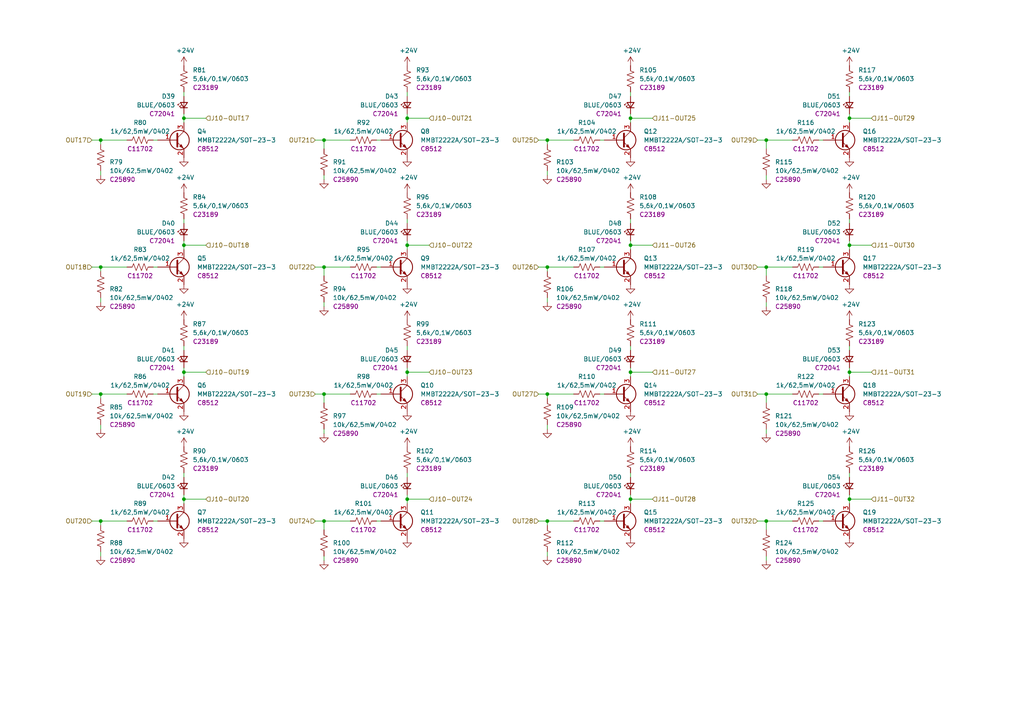
<source format=kicad_sch>
(kicad_sch (version 20230121) (generator eeschema)
  (paper "A4")
  (title_block (title "ESP 16x 24VDC Input 16x External Relay Output Module") (date "2022-10-20") (rev "V1"))
  (junction (at 182.88 107.95))
  (junction (at 222.25 40.64))
  (junction (at 158.75 114.3))
  (junction (at 222.25 114.3))
  (junction (at 222.25 77.47))
  (junction (at 53.34 71.12))
  (junction (at 29.21 114.3))
  (junction (at 222.25 151.13))
  (junction (at 118.11 107.95))
  (junction (at 118.11 34.29))
  (junction (at 93.98 77.47))
  (junction (at 93.98 151.13))
  (junction (at 118.11 71.12))
  (junction (at 29.21 40.64))
  (junction (at 158.75 77.47))
  (junction (at 158.75 40.64))
  (junction (at 182.88 144.78))
  (junction (at 246.38 144.78))
  (junction (at 182.88 71.12))
  (junction (at 93.98 40.64))
  (junction (at 246.38 107.95))
  (junction (at 182.88 34.29))
  (junction (at 53.34 34.29))
  (junction (at 53.34 107.95))
  (junction (at 246.38 71.12))
  (junction (at 29.21 77.47))
  (junction (at 29.21 151.13))
  (junction (at 118.11 144.78))
  (junction (at 246.38 34.29))
  (junction (at 53.34 144.78))
  (junction (at 158.75 151.13))
  (junction (at 93.98 114.3))
  (wire (pts (xy 182.88 100.33) (xy 182.88 101.6)))
  (wire (pts (xy 29.21 151.13) (xy 36.83 151.13)))
  (wire (pts (xy 29.21 114.3) (xy 29.21 115.57)))
  (wire (pts (xy 182.88 71.12) (xy 182.88 72.39)))
  (wire (pts (xy 53.34 137.16) (xy 53.34 138.43)))
  (wire (pts (xy 93.98 87.63) (xy 93.98 88.9)))
  (wire (pts (xy 109.22 40.64) (xy 110.49 40.64)))
  (wire (pts (xy 182.88 137.16) (xy 182.88 138.43)))
  (wire (pts (xy 93.98 40.64) (xy 101.6 40.64)))
  (wire (pts (xy 29.21 40.64) (xy 29.21 41.91)))
  (wire (pts (xy 109.22 114.3) (xy 110.49 114.3)))
  (wire (pts (xy 158.75 160.02) (xy 158.75 161.29)))
  (wire (pts (xy 246.38 34.29) (xy 252.73 34.29)))
  (wire (pts (xy 93.98 151.13) (xy 93.98 153.67)))
  (wire (pts (xy 118.11 63.5) (xy 118.11 64.77)))
  (wire (pts (xy 44.45 40.64) (xy 45.72 40.64)))
  (wire (pts (xy 182.88 63.5) (xy 182.88 64.77)))
  (wire (pts (xy 246.38 106.68) (xy 246.38 107.95)))
  (wire (pts (xy 118.11 69.85) (xy 118.11 71.12)))
  (wire (pts (xy 93.98 114.3) (xy 93.98 116.84)))
  (wire (pts (xy 158.75 40.64) (xy 158.75 41.91)))
  (wire (pts (xy 91.44 151.13) (xy 93.98 151.13)))
  (wire (pts (xy 26.67 151.13) (xy 29.21 151.13)))
  (wire (pts (xy 53.34 69.85) (xy 53.34 71.12)))
  (wire (pts (xy 29.21 86.36) (xy 29.21 87.63)))
  (wire (pts (xy 29.21 77.47) (xy 29.21 78.74)))
  (wire (pts (xy 93.98 114.3) (xy 101.6 114.3)))
  (wire (pts (xy 118.11 34.29) (xy 124.46 34.29)))
  (wire (pts (xy 219.71 40.64) (xy 222.25 40.64)))
  (wire (pts (xy 118.11 144.78) (xy 118.11 146.05)))
  (wire (pts (xy 29.21 151.13) (xy 29.21 152.4)))
  (wire (pts (xy 222.25 161.29) (xy 222.25 162.56)))
  (wire (pts (xy 156.21 151.13) (xy 158.75 151.13)))
  (wire (pts (xy 156.21 40.64) (xy 158.75 40.64)))
  (wire (pts (xy 246.38 33.02) (xy 246.38 34.29)))
  (wire (pts (xy 44.45 114.3) (xy 45.72 114.3)))
  (wire (pts (xy 118.11 107.95) (xy 124.46 107.95)))
  (wire (pts (xy 158.75 114.3) (xy 166.37 114.3)))
  (wire (pts (xy 93.98 124.46) (xy 93.98 125.73)))
  (wire (pts (xy 93.98 151.13) (xy 101.6 151.13)))
  (wire (pts (xy 93.98 40.64) (xy 93.98 43.18)))
  (wire (pts (xy 53.34 100.33) (xy 53.34 101.6)))
  (wire (pts (xy 158.75 77.47) (xy 166.37 77.47)))
  (wire (pts (xy 173.99 151.13) (xy 175.26 151.13)))
  (wire (pts (xy 182.88 107.95) (xy 189.23 107.95)))
  (wire (pts (xy 29.21 40.64) (xy 36.83 40.64)))
  (wire (pts (xy 219.71 151.13) (xy 222.25 151.13)))
  (wire (pts (xy 53.34 33.02) (xy 53.34 34.29)))
  (wire (pts (xy 44.45 151.13) (xy 45.72 151.13)))
  (wire (pts (xy 182.88 33.02) (xy 182.88 34.29)))
  (wire (pts (xy 246.38 34.29) (xy 246.38 35.56)))
  (wire (pts (xy 118.11 34.29) (xy 118.11 35.56)))
  (wire (pts (xy 158.75 86.36) (xy 158.75 87.63)))
  (wire (pts (xy 59.69 71.12) (xy 53.34 71.12)))
  (wire (pts (xy 53.34 143.51) (xy 53.34 144.78)))
  (wire (pts (xy 158.75 49.53) (xy 158.75 50.8)))
  (wire (pts (xy 246.38 71.12) (xy 246.38 72.39)))
  (wire (pts (xy 246.38 100.33) (xy 246.38 101.6)))
  (wire (pts (xy 118.11 71.12) (xy 118.11 72.39)))
  (wire (pts (xy 182.88 144.78) (xy 182.88 146.05)))
  (wire (pts (xy 93.98 77.47) (xy 93.98 80.01)))
  (wire (pts (xy 53.34 71.12) (xy 53.34 72.39)))
  (wire (pts (xy 222.25 151.13) (xy 222.25 153.67)))
  (wire (pts (xy 26.67 114.3) (xy 29.21 114.3)))
  (wire (pts (xy 182.88 143.51) (xy 182.88 144.78)))
  (wire (pts (xy 246.38 26.67) (xy 246.38 27.94)))
  (wire (pts (xy 222.25 114.3) (xy 229.87 114.3)))
  (wire (pts (xy 109.22 151.13) (xy 110.49 151.13)))
  (wire (pts (xy 182.88 26.67) (xy 182.88 27.94)))
  (wire (pts (xy 237.49 40.64) (xy 238.76 40.64)))
  (wire (pts (xy 246.38 137.16) (xy 246.38 138.43)))
  (wire (pts (xy 118.11 144.78) (xy 124.46 144.78)))
  (wire (pts (xy 26.67 77.47) (xy 29.21 77.47)))
  (wire (pts (xy 109.22 77.47) (xy 110.49 77.47)))
  (wire (pts (xy 182.88 106.68) (xy 182.88 107.95)))
  (wire (pts (xy 29.21 160.02) (xy 29.21 161.29)))
  (wire (pts (xy 29.21 123.19) (xy 29.21 124.46)))
  (wire (pts (xy 246.38 63.5) (xy 246.38 64.77)))
  (wire (pts (xy 44.45 77.47) (xy 45.72 77.47)))
  (wire (pts (xy 189.23 71.12) (xy 182.88 71.12)))
  (wire (pts (xy 182.88 34.29) (xy 182.88 35.56)))
  (wire (pts (xy 156.21 114.3) (xy 158.75 114.3)))
  (wire (pts (xy 222.25 77.47) (xy 229.87 77.47)))
  (wire (pts (xy 118.11 100.33) (xy 118.11 101.6)))
  (wire (pts (xy 53.34 63.5) (xy 53.34 64.77)))
  (wire (pts (xy 53.34 106.68) (xy 53.34 107.95)))
  (wire (pts (xy 93.98 161.29) (xy 93.98 162.56)))
  (wire (pts (xy 219.71 114.3) (xy 222.25 114.3)))
  (wire (pts (xy 118.11 143.51) (xy 118.11 144.78)))
  (wire (pts (xy 222.25 40.64) (xy 229.87 40.64)))
  (wire (pts (xy 246.38 144.78) (xy 246.38 146.05)))
  (wire (pts (xy 93.98 50.8) (xy 93.98 52.07)))
  (wire (pts (xy 118.11 71.12) (xy 124.46 71.12)))
  (wire (pts (xy 53.34 144.78) (xy 59.69 144.78)))
  (wire (pts (xy 246.38 144.78) (xy 252.73 144.78)))
  (wire (pts (xy 118.11 26.67) (xy 118.11 27.94)))
  (wire (pts (xy 182.88 69.85) (xy 182.88 71.12)))
  (wire (pts (xy 222.25 124.46) (xy 222.25 125.73)))
  (wire (pts (xy 59.69 34.29) (xy 53.34 34.29)))
  (wire (pts (xy 219.71 77.47) (xy 222.25 77.47)))
  (wire (pts (xy 158.75 114.3) (xy 158.75 115.57)))
  (wire (pts (xy 29.21 49.53) (xy 29.21 50.8)))
  (wire (pts (xy 222.25 151.13) (xy 229.87 151.13)))
  (wire (pts (xy 222.25 50.8) (xy 222.25 52.07)))
  (wire (pts (xy 158.75 77.47) (xy 158.75 78.74)))
  (wire (pts (xy 53.34 34.29) (xy 53.34 35.56)))
  (wire (pts (xy 246.38 71.12) (xy 252.73 71.12)))
  (wire (pts (xy 158.75 40.64) (xy 166.37 40.64)))
  (wire (pts (xy 53.34 107.95) (xy 59.69 107.95)))
  (wire (pts (xy 93.98 77.47) (xy 101.6 77.47)))
  (wire (pts (xy 53.34 144.78) (xy 53.34 146.05)))
  (wire (pts (xy 156.21 77.47) (xy 158.75 77.47)))
  (wire (pts (xy 222.25 40.64) (xy 222.25 43.18)))
  (wire (pts (xy 237.49 151.13) (xy 238.76 151.13)))
  (wire (pts (xy 26.67 40.64) (xy 29.21 40.64)))
  (wire (pts (xy 222.25 77.47) (xy 222.25 80.01)))
  (wire (pts (xy 118.11 137.16) (xy 118.11 138.43)))
  (wire (pts (xy 118.11 33.02) (xy 118.11 34.29)))
  (wire (pts (xy 91.44 40.64) (xy 93.98 40.64)))
  (wire (pts (xy 246.38 69.85) (xy 246.38 71.12)))
  (wire (pts (xy 237.49 114.3) (xy 238.76 114.3)))
  (wire (pts (xy 158.75 151.13) (xy 166.37 151.13)))
  (wire (pts (xy 53.34 26.67) (xy 53.34 27.94)))
  (wire (pts (xy 246.38 107.95) (xy 252.73 107.95)))
  (wire (pts (xy 29.21 114.3) (xy 36.83 114.3)))
  (wire (pts (xy 91.44 77.47) (xy 93.98 77.47)))
  (wire (pts (xy 91.44 114.3) (xy 93.98 114.3)))
  (wire (pts (xy 118.11 106.68) (xy 118.11 107.95)))
  (wire (pts (xy 246.38 143.51) (xy 246.38 144.78)))
  (wire (pts (xy 189.23 34.29) (xy 182.88 34.29)))
  (wire (pts (xy 182.88 107.95) (xy 182.88 109.22)))
  (wire (pts (xy 237.49 77.47) (xy 238.76 77.47)))
  (wire (pts (xy 158.75 123.19) (xy 158.75 124.46)))
  (wire (pts (xy 222.25 114.3) (xy 222.25 116.84)))
  (wire (pts (xy 246.38 107.95) (xy 246.38 109.22)))
  (wire (pts (xy 182.88 144.78) (xy 189.23 144.78)))
  (wire (pts (xy 173.99 77.47) (xy 175.26 77.47)))
  (wire (pts (xy 158.75 151.13) (xy 158.75 152.4)))
  (wire (pts (xy 29.21 77.47) (xy 36.83 77.47)))
  (wire (pts (xy 53.34 107.95) (xy 53.34 109.22)))
  (wire (pts (xy 173.99 40.64) (xy 175.26 40.64)))
  (wire (pts (xy 118.11 107.95) (xy 118.11 109.22)))
  (wire (pts (xy 222.25 87.63) (xy 222.25 88.9)))
  (wire (pts (xy 173.99 114.3) (xy 175.26 114.3)))
  (hierarchical_label "OUT23" (shape input) (at 91.44 114.3 180))
  (hierarchical_label "OUT27" (shape input) (at 156.21 114.3 180))
  (hierarchical_label "OUT26" (shape input) (at 156.21 77.47 180))
  (hierarchical_label "J11-OUT26" (shape input) (at 189.23 71.12 0))
  (hierarchical_label "J11-OUT27" (shape input) (at 189.23 107.95 0))
  (hierarchical_label "OUT24" (shape input) (at 91.44 151.13 180))
  (hierarchical_label "J10-OUT22" (shape input) (at 124.46 71.12 0))
  (hierarchical_label "J11-OUT29" (shape input) (at 252.73 34.29 0))
  (hierarchical_label "J10-OUT20" (shape input) (at 59.69 144.78 0))
  (hierarchical_label "OUT31" (shape input) (at 219.71 114.3 180))
  (hierarchical_label "J10-OUT21" (shape input) (at 124.46 34.29 0))
  (hierarchical_label "OUT22" (shape input) (at 91.44 77.47 180))
  (hierarchical_label "OUT21" (shape input) (at 91.44 40.64 180))
  (hierarchical_label "J11-OUT31" (shape input) (at 252.73 107.95 0))
  (hierarchical_label "OUT18" (shape input) (at 26.67 77.47 180))
  (hierarchical_label "OUT30" (shape input) (at 219.71 77.47 180))
  (hierarchical_label "J10-OUT17" (shape input) (at 59.69 34.29 0))
  (hierarchical_label "OUT20" (shape input) (at 26.67 151.13 180))
  (hierarchical_label "J10-OUT18" (shape input) (at 59.69 71.12 0))
  (hierarchical_label "OUT32" (shape input) (at 219.71 151.13 180))
  (hierarchical_label "J10-OUT19" (shape input) (at 59.69 107.95 0))
  (hierarchical_label "OUT25" (shape input) (at 156.21 40.64 180))
  (hierarchical_label "J11-OUT30" (shape input) (at 252.73 71.12 0))
  (hierarchical_label "J11-OUT32" (shape input) (at 252.73 144.78 0))
  (hierarchical_label "OUT29" (shape input) (at 219.71 40.64 180))
  (hierarchical_label "J10-OUT24" (shape input) (at 124.46 144.78 0))
  (hierarchical_label "J11-OUT28" (shape input) (at 189.23 144.78 0))
  (hierarchical_label "OUT28" (shape input) (at 156.21 151.13 180))
  (hierarchical_label "OUT17" (shape input) (at 26.67 40.64 180))
  (hierarchical_label "J10-OUT23" (shape input) (at 124.46 107.95 0))
  (hierarchical_label "OUT19" (shape input) (at 26.67 114.3 180))
  (hierarchical_label "J11-OUT25" (shape input) (at 189.23 34.29 0))
  (symbol (lib_id "Device:R_US") (at 170.18 151.13 270) (unit 1)
    (property "Reference" "R113" (at 170.18 146.05 90))
    (property "Value" "1k/62,5mW/0402" (at 170.18 148.59 90))
    (property "Footprint" "Tales:R_0402_1005Metric" (effects hide))
    (property "Case" "0402/1005" (effects hide))
    (property "Mfr" "Uniroyal" (effects hide))
    (property "Mfr PN" "0402WGF1001TCE" (effects hide))
    (property "Vendor" "JLCPCB" (effects hide))
    (property "Vendor PN" "C11702" (effects hide))
    (property "LCSC Part #" "C11702" (at 170.18 153.67 90))
    (property "JLCPCB BOM" "1" (effects hide))
    (instances (project "ESP-relay-32ch-V1" (path "" (reference "R113") (unit 1)) (path "" (reference "R210") (unit 1))))
  )
  (symbol (lib_id "Device:R_US") (at 158.75 119.38 0) (unit 1)
    (property "Reference" "R109" (at 161.29 118.11 0) (effects (justify left)))
    (property "Value" "10k/62,5mW/0402" (at 161.29 120.65 0) (effects (justify left)))
    (property "Footprint" "Tales:R_0402_1005Metric" (effects hide))
    (property "Case" "0402/1005" (effects hide))
    (property "Mfr" "Uniroyal" (effects hide))
    (property "Vendor" "JLCPCB" (effects hide))
    (property "Mfr PN" "0402WGF1002TCE" (effects hide))
    (property "Vendor PN" "C25890" (effects hide))
    (property "LCSC Part #" "C25890" (at 161.29 123.19 0) (effects (justify left)))
    (property "JLCPCB BOM" "1" (effects hide))
    (instances (project "ESP-relay-32ch-V1" (path "" (reference "R109") (unit 1)) (path "" (reference "R205") (unit 1))))
  )
  (symbol (lib_id "Device:R_US") (at 246.38 133.35 0) (unit 1)
    (property "Reference" "R126" (at 248.92 130.81 0) (effects (justify left)))
    (property "Value" "5,6k/0,1W/0603" (at 248.92 133.35 0) (effects (justify left)))
    (property "Footprint" "Tales:R_0603_1608Metric" (effects hide))
    (property "Case" "0603/1608" (effects hide))
    (property "Mfr" "Uniroyal" (effects hide))
    (property "Mfr PN" "0603WAF5601T5E" (effects hide))
    (property "Vendor" "JLCPCB" (effects hide))
    (property "Vendor PN" "C23189" (effects hide))
    (property "LCSC Part #" "C23189" (at 248.92 135.89 0) (effects (justify left)))
    (property "JLCPCB BOM" "1" (effects hide))
    (instances (project "ESP-relay-32ch-V1" (path "" (reference "R126") (unit 1)) (path "" (reference "R226") (unit 1))))
  )
  (symbol (lib_id "Device:Q_NPN_BEC") (at 50.8 40.64 0) (unit 1)
    (property "Reference" "Q4" (at 57.15 38.1 0) (effects (justify left)))
    (property "Value" "MMBT2222A/SOT-23-3" (at 57.15 40.64 0) (effects (justify left)))
    (property "Footprint" "Tales:SOT-23" (effects hide))
    (property "Case" "SOT-23-3" (effects hide))
    (property "Mfr" "Changjiang" (effects hide))
    (property "Mfr PN" "MMBT2222A" (effects hide))
    (property "Technology" "BJT" (effects hide))
    (property "Vendor" "JLCPCB" (effects hide))
    (property "Vendor PN" "C8512" (effects hide))
    (property "JLCPCB BOM" "1" (effects hide))
    (property "LCSC Part #" "C8512" (at 57.15 43.18 0) (effects (justify left)))
    (instances (project "ESP-relay-32ch-V1" (path "" (reference "Q4") (unit 1)) (path "" (reference "Q20") (unit 1))))
  )
  (symbol (lib_id "power:GND") (at 53.34 82.55 0) (unit 1)
    (property "Reference" "#PWR058" (effects hide))
    (property "Value" "GNDREF" (effects hide))
    (instances (project "ESP-relay-32ch-V1" (path "" (reference "#PWR058") (unit 1)) (path "" (reference "#PWR0266") (unit 1))))
  )
  (symbol (lib_id "Device:LED_Small") (at 118.11 30.48 90) (unit 1)
    (property "Reference" "D43" (at 115.57 27.94 90) (effects (justify left)))
    (property "Value" "BLUE/0603" (at 115.57 30.48 90) (effects (justify left)))
    (property "Footprint" "Tales:LED_0603_1608Metric" (effects hide))
    (property "Case" "0603" (effects hide))
    (property "Mfr" "Everlight" (effects hide))
    (property "Mfr PN" "19-217/BHC-ZL1M2RY/3T" (effects hide))
    (property "Vendor" "JLCPCB" (effects hide))
    (property "Vendor PN" "C72041" (effects hide))
    (property "LCSC Part #" "C72041" (at 115.57 33.02 90) (effects (justify left)))
    (property "JLCPCB BOM" "1" (effects hide))
    (instances (project "ESP-relay-32ch-V1" (path "" (reference "D43") (unit 1)) (path "" (reference "D91") (unit 1))))
  )
  (symbol (lib_id "power:GND") (at 53.34 156.21 0) (unit 1)
    (property "Reference" "#PWR062" (effects hide))
    (property "Value" "GNDREF" (effects hide))
    (instances (project "ESP-relay-32ch-V1" (path "" (reference "#PWR062") (unit 1)) (path "" (reference "#PWR0270") (unit 1))))
  )
  (symbol (lib_id "Device:Q_NPN_BEC") (at 243.84 151.13 0) (unit 1)
    (property "Reference" "Q19" (at 250.19 148.59 0) (effects (justify left)))
    (property "Value" "MMBT2222A/SOT-23-3" (at 250.19 151.13 0) (effects (justify left)))
    (property "Footprint" "Tales:SOT-23" (effects hide))
    (property "Case" "SOT-23-3" (effects hide))
    (property "Mfr" "Changjiang" (effects hide))
    (property "Mfr PN" "MMBT2222A" (effects hide))
    (property "Technology" "BJT" (effects hide))
    (property "Vendor" "JLCPCB" (effects hide))
    (property "Vendor PN" "C8512" (effects hide))
    (property "JLCPCB BOM" "1" (effects hide))
    (property "LCSC Part #" "C8512" (at 250.19 153.67 0) (effects (justify left)))
    (instances (project "ESP-relay-32ch-V1" (path "" (reference "Q19") (unit 1)) (path "" (reference "Q35") (unit 1))))
  )
  (symbol (lib_id "Device:R_US") (at 222.25 157.48 0) (unit 1)
    (property "Reference" "R124" (at 224.79 157.48 0) (effects (justify left)))
    (property "Value" "10k/62,5mW/0402" (at 224.79 160.02 0) (effects (justify left)))
    (property "Footprint" "Tales:R_0402_1005Metric" (effects hide))
    (property "Case" "0402/1005" (effects hide))
    (property "Mfr" "Uniroyal" (effects hide))
    (property "Vendor" "JLCPCB" (effects hide))
    (property "Mfr PN" "0402WGF1002TCE" (effects hide))
    (property "Vendor PN" "C25890" (effects hide))
    (property "LCSC Part #" "C25890" (at 224.79 162.56 0) (effects (justify left)))
    (property "JLCPCB BOM" "1" (effects hide))
    (instances (project "ESP-relay-32ch-V1" (path "" (reference "R124") (unit 1)) (path "" (reference "R218") (unit 1))))
  )
  (symbol (lib_id "Device:R_US") (at 182.88 133.35 0) (unit 1)
    (property "Reference" "R114" (at 185.42 130.81 0) (effects (justify left)))
    (property "Value" "5,6k/0,1W/0603" (at 185.42 133.35 0) (effects (justify left)))
    (property "Footprint" "Tales:R_0603_1608Metric" (effects hide))
    (property "Case" "0603/1608" (effects hide))
    (property "Mfr" "Uniroyal" (effects hide))
    (property "Mfr PN" "0603WAF5601T5E" (effects hide))
    (property "Vendor" "JLCPCB" (effects hide))
    (property "Vendor PN" "C23189" (effects hide))
    (property "LCSC Part #" "C23189" (at 185.42 135.89 0) (effects (justify left)))
    (property "JLCPCB BOM" "1" (effects hide))
    (instances (project "ESP-relay-32ch-V1" (path "" (reference "R114") (unit 1)) (path "" (reference "R214") (unit 1))))
  )
  (symbol (lib_id "power:+24V") (at 53.34 19.05 0) (unit 1)
    (property "Reference" "#PWR055" (effects hide))
    (property "Value" "+24V" (at 53.721 14.6558 0))
    (instances (project "ESP-relay-32ch-V1" (path "" (reference "#PWR055") (unit 1)) (path "" (reference "#PWR0263") (unit 1))))
  )
  (symbol (lib_id "Device:LED_Small") (at 118.11 140.97 90) (unit 1)
    (property "Reference" "D46" (at 115.57 138.43 90) (effects (justify left)))
    (property "Value" "BLUE/0603" (at 115.57 140.97 90) (effects (justify left)))
    (property "Footprint" "Tales:LED_0603_1608Metric" (effects hide))
    (property "Case" "0603" (effects hide))
    (property "Mfr" "Everlight" (effects hide))
    (property "Mfr PN" "19-217/BHC-ZL1M2RY/3T" (effects hide))
    (property "Vendor" "JLCPCB" (effects hide))
    (property "Vendor PN" "C72041" (effects hide))
    (property "LCSC Part #" "C72041" (at 115.57 143.51 90) (effects (justify left)))
    (property "JLCPCB BOM" "1" (effects hide))
    (instances (project "ESP-relay-32ch-V1" (path "" (reference "D46") (unit 1)) (path "" (reference "D94") (unit 1))))
  )
  (symbol (lib_id "Device:Q_NPN_BEC") (at 115.57 77.47 0) (unit 1)
    (property "Reference" "Q9" (at 121.92 74.93 0) (effects (justify left)))
    (property "Value" "MMBT2222A/SOT-23-3" (at 121.92 77.47 0) (effects (justify left)))
    (property "Footprint" "Tales:SOT-23" (effects hide))
    (property "Case" "SOT-23-3" (effects hide))
    (property "Mfr" "Changjiang" (effects hide))
    (property "Mfr PN" "MMBT2222A" (effects hide))
    (property "Technology" "BJT" (effects hide))
    (property "Vendor" "JLCPCB" (effects hide))
    (property "Vendor PN" "C8512" (effects hide))
    (property "JLCPCB BOM" "1" (effects hide))
    (property "LCSC Part #" "C8512" (at 121.92 80.01 0) (effects (justify left)))
    (instances (project "ESP-relay-32ch-V1" (path "" (reference "Q9") (unit 1)) (path "" (reference "Q25") (unit 1))))
  )
  (symbol (lib_id "Device:R_US") (at 29.21 119.38 0) (unit 1)
    (property "Reference" "R85" (at 31.75 118.11 0) (effects (justify left)))
    (property "Value" "10k/62,5mW/0402" (at 31.75 120.65 0) (effects (justify left)))
    (property "Footprint" "Tales:R_0402_1005Metric" (effects hide))
    (property "Case" "0402/1005" (effects hide))
    (property "Mfr" "Uniroyal" (effects hide))
    (property "Vendor" "JLCPCB" (effects hide))
    (property "Mfr PN" "0402WGF1002TCE" (effects hide))
    (property "Vendor PN" "C25890" (effects hide))
    (property "LCSC Part #" "C25890" (at 31.75 123.19 0) (effects (justify left)))
    (property "JLCPCB BOM" "1" (effects hide))
    (instances (project "ESP-relay-32ch-V1" (path "" (reference "R85") (unit 1)) (path "" (reference "R181") (unit 1))))
  )
  (symbol (lib_id "power:+24V") (at 182.88 55.88 0) (unit 1)
    (property "Reference" "#PWR081" (effects hide))
    (property "Value" "+24V" (at 183.261 51.4858 0))
    (instances (project "ESP-relay-32ch-V1" (path "" (reference "#PWR081") (unit 1)) (path "" (reference "#PWR0289") (unit 1))))
  )
  (symbol (lib_id "Device:Q_NPN_BEC") (at 115.57 114.3 0) (unit 1)
    (property "Reference" "Q10" (at 121.92 111.76 0) (effects (justify left)))
    (property "Value" "MMBT2222A/SOT-23-3" (at 121.92 114.3 0) (effects (justify left)))
    (property "Footprint" "Tales:SOT-23" (effects hide))
    (property "Case" "SOT-23-3" (effects hide))
    (property "Mfr" "Changjiang" (effects hide))
    (property "Mfr PN" "MMBT2222A" (effects hide))
    (property "Technology" "BJT" (effects hide))
    (property "Vendor" "JLCPCB" (effects hide))
    (property "Vendor PN" "C8512" (effects hide))
    (property "JLCPCB BOM" "1" (effects hide))
    (property "LCSC Part #" "C8512" (at 121.92 116.84 0) (effects (justify left)))
    (instances (project "ESP-relay-32ch-V1" (path "" (reference "Q10") (unit 1)) (path "" (reference "Q26") (unit 1))))
  )
  (symbol (lib_id "Device:R_US") (at 233.68 114.3 270) (unit 1)
    (property "Reference" "R122" (at 233.68 109.22 90))
    (property "Value" "1k/62,5mW/0402" (at 233.68 111.76 90))
    (property "Footprint" "Tales:R_0402_1005Metric" (effects hide))
    (property "Case" "0402/1005" (effects hide))
    (property "Mfr" "Uniroyal" (effects hide))
    (property "Mfr PN" "0402WGF1001TCE" (effects hide))
    (property "Vendor" "JLCPCB" (effects hide))
    (property "Vendor PN" "C11702" (effects hide))
    (property "LCSC Part #" "C11702" (at 233.68 116.84 90))
    (property "JLCPCB BOM" "1" (effects hide))
    (instances (project "ESP-relay-32ch-V1" (path "" (reference "R122") (unit 1)) (path "" (reference "R221") (unit 1))))
  )
  (symbol (lib_id "power:GND") (at 158.75 50.8 0) (unit 1)
    (property "Reference" "#PWR075" (effects hide))
    (property "Value" "GNDREF" (effects hide))
    (instances (project "ESP-relay-32ch-V1" (path "" (reference "#PWR075") (unit 1)) (path "" (reference "#PWR0283") (unit 1))))
  )
  (symbol (lib_id "Device:LED_Small") (at 118.11 104.14 90) (unit 1)
    (property "Reference" "D45" (at 115.57 101.6 90) (effects (justify left)))
    (property "Value" "BLUE/0603" (at 115.57 104.14 90) (effects (justify left)))
    (property "Footprint" "Tales:LED_0603_1608Metric" (effects hide))
    (property "Case" "0603" (effects hide))
    (property "Mfr" "Everlight" (effects hide))
    (property "Mfr PN" "19-217/BHC-ZL1M2RY/3T" (effects hide))
    (property "Vendor" "JLCPCB" (effects hide))
    (property "Vendor PN" "C72041" (effects hide))
    (property "LCSC Part #" "C72041" (at 115.57 106.68 90) (effects (justify left)))
    (property "JLCPCB BOM" "1" (effects hide))
    (instances (project "ESP-relay-32ch-V1" (path "" (reference "D45") (unit 1)) (path "" (reference "D93") (unit 1))))
  )
  (symbol (lib_id "power:+24V") (at 118.11 19.05 0) (unit 1)
    (property "Reference" "#PWR067" (effects hide))
    (property "Value" "+24V" (at 118.491 14.6558 0))
    (instances (project "ESP-relay-32ch-V1" (path "" (reference "#PWR067") (unit 1)) (path "" (reference "#PWR0275") (unit 1))))
  )
  (symbol (lib_id "power:GND") (at 222.25 52.07 0) (unit 1)
    (property "Reference" "#PWR087" (effects hide))
    (property "Value" "GNDREF" (effects hide))
    (instances (project "ESP-relay-32ch-V1" (path "" (reference "#PWR087") (unit 1)) (path "" (reference "#PWR0295") (unit 1))))
  )
  (symbol (lib_id "Device:R_US") (at 29.21 45.72 0) (unit 1)
    (property "Reference" "R79" (at 31.75 46.99 0) (effects (justify left)))
    (property "Value" "10k/62,5mW/0402" (at 31.75 49.53 0) (effects (justify left)))
    (property "Footprint" "Tales:R_0402_1005Metric" (effects hide))
    (property "Case" "0402/1005" (effects hide))
    (property "Mfr" "Uniroyal" (effects hide))
    (property "Vendor" "JLCPCB" (effects hide))
    (property "Mfr PN" "0402WGF1002TCE" (effects hide))
    (property "Vendor PN" "C25890" (effects hide))
    (property "LCSC Part #" "C25890" (at 31.75 52.07 0) (effects (justify left)))
    (property "JLCPCB BOM" "1" (effects hide))
    (instances (project "ESP-relay-32ch-V1" (path "" (reference "R79") (unit 1)) (path "" (reference "R179") (unit 1))))
  )
  (symbol (lib_id "power:+24V") (at 246.38 129.54 0) (unit 1)
    (property "Reference" "#PWR097" (effects hide))
    (property "Value" "+24V" (at 246.761 125.1458 0))
    (instances (project "ESP-relay-32ch-V1" (path "" (reference "#PWR097") (unit 1)) (path "" (reference "#PWR0305") (unit 1))))
  )
  (symbol (lib_id "Device:LED_Small") (at 182.88 104.14 90) (unit 1)
    (property "Reference" "D49" (at 180.34 101.6 90) (effects (justify left)))
    (property "Value" "BLUE/0603" (at 180.34 104.14 90) (effects (justify left)))
    (property "Footprint" "Tales:LED_0603_1608Metric" (effects hide))
    (property "Case" "0603" (effects hide))
    (property "Mfr" "Everlight" (effects hide))
    (property "Mfr PN" "19-217/BHC-ZL1M2RY/3T" (effects hide))
    (property "Vendor" "JLCPCB" (effects hide))
    (property "Vendor PN" "C72041" (effects hide))
    (property "LCSC Part #" "C72041" (at 180.34 106.68 90) (effects (justify left)))
    (property "JLCPCB BOM" "1" (effects hide))
    (instances (project "ESP-relay-32ch-V1" (path "" (reference "D49") (unit 1)) (path "" (reference "D97") (unit 1))))
  )
  (symbol (lib_id "Device:Q_NPN_BEC") (at 180.34 151.13 0) (unit 1)
    (property "Reference" "Q15" (at 186.69 148.59 0) (effects (justify left)))
    (property "Value" "MMBT2222A/SOT-23-3" (at 186.69 151.13 0) (effects (justify left)))
    (property "Footprint" "Tales:SOT-23" (effects hide))
    (property "Case" "SOT-23-3" (effects hide))
    (property "Mfr" "Changjiang" (effects hide))
    (property "Mfr PN" "MMBT2222A" (effects hide))
    (property "Technology" "BJT" (effects hide))
    (property "Vendor" "JLCPCB" (effects hide))
    (property "Vendor PN" "C8512" (effects hide))
    (property "JLCPCB BOM" "1" (effects hide))
    (property "LCSC Part #" "C8512" (at 186.69 153.67 0) (effects (justify left)))
    (instances (project "ESP-relay-32ch-V1" (path "" (reference "Q15") (unit 1)) (path "" (reference "Q31") (unit 1))))
  )
  (symbol (lib_id "power:GND") (at 29.21 161.29 0) (unit 1)
    (property "Reference" "#PWR054" (effects hide))
    (property "Value" "GNDREF" (effects hide))
    (instances (project "ESP-relay-32ch-V1" (path "" (reference "#PWR054") (unit 1)) (path "" (reference "#PWR0262") (unit 1))))
  )
  (symbol (lib_id "Device:R_US") (at 222.25 83.82 0) (unit 1)
    (property "Reference" "R118" (at 224.79 83.82 0) (effects (justify left)))
    (property "Value" "10k/62,5mW/0402" (at 224.79 86.36 0) (effects (justify left)))
    (property "Footprint" "Tales:R_0402_1005Metric" (effects hide))
    (property "Case" "0402/1005" (effects hide))
    (property "Mfr" "Uniroyal" (effects hide))
    (property "Vendor" "JLCPCB" (effects hide))
    (property "Mfr PN" "0402WGF1002TCE" (effects hide))
    (property "Vendor PN" "C25890" (effects hide))
    (property "LCSC Part #" "C25890" (at 224.79 88.9 0) (effects (justify left)))
    (property "JLCPCB BOM" "1" (effects hide))
    (instances (project "ESP-relay-32ch-V1" (path "" (reference "R118") (unit 1)) (path "" (reference "R216") (unit 1))))
  )
  (symbol (lib_id "Device:R_US") (at 29.21 82.55 0) (unit 1)
    (property "Reference" "R82" (at 31.75 83.82 0) (effects (justify left)))
    (property "Value" "10k/62,5mW/0402" (at 31.75 86.36 0) (effects (justify left)))
    (property "Footprint" "Tales:R_0402_1005Metric" (effects hide))
    (property "Case" "0402/1005" (effects hide))
    (property "Mfr" "Uniroyal" (effects hide))
    (property "Vendor" "JLCPCB" (effects hide))
    (property "Mfr PN" "0402WGF1002TCE" (effects hide))
    (property "Vendor PN" "C25890" (effects hide))
    (property "LCSC Part #" "C25890" (at 31.75 88.9 0) (effects (justify left)))
    (property "JLCPCB BOM" "1" (effects hide))
    (instances (project "ESP-relay-32ch-V1" (path "" (reference "R82") (unit 1)) (path "" (reference "R180") (unit 1))))
  )
  (symbol (lib_id "Device:R_US") (at 29.21 156.21 0) (unit 1)
    (property "Reference" "R88" (at 31.75 157.48 0) (effects (justify left)))
    (property "Value" "10k/62,5mW/0402" (at 31.75 160.02 0) (effects (justify left)))
    (property "Footprint" "Tales:R_0402_1005Metric" (effects hide))
    (property "Case" "0402/1005" (effects hide))
    (property "Mfr" "Uniroyal" (effects hide))
    (property "Vendor" "JLCPCB" (effects hide))
    (property "Mfr PN" "0402WGF1002TCE" (effects hide))
    (property "Vendor PN" "C25890" (effects hide))
    (property "LCSC Part #" "C25890" (at 31.75 162.56 0) (effects (justify left)))
    (property "JLCPCB BOM" "1" (effects hide))
    (instances (project "ESP-relay-32ch-V1" (path "" (reference "R88") (unit 1)) (path "" (reference "R182") (unit 1))))
  )
  (symbol (lib_id "Device:R_US") (at 40.64 77.47 270) (unit 1)
    (property "Reference" "R83" (at 40.64 72.39 90))
    (property "Value" "1k/62,5mW/0402" (at 40.64 74.93 90))
    (property "Footprint" "Tales:R_0402_1005Metric" (effects hide))
    (property "Case" "0402/1005" (effects hide))
    (property "Mfr" "Uniroyal" (effects hide))
    (property "Mfr PN" "0402WGF1001TCE" (effects hide))
    (property "Vendor" "JLCPCB" (effects hide))
    (property "Vendor PN" "C11702" (effects hide))
    (property "LCSC Part #" "C11702" (at 40.64 80.01 90))
    (property "JLCPCB BOM" "1" (effects hide))
    (instances (project "ESP-relay-32ch-V1" (path "" (reference "R83") (unit 1)) (path "" (reference "R184") (unit 1))))
  )
  (symbol (lib_id "power:GND") (at 29.21 50.8 0) (unit 1)
    (property "Reference" "#PWR051" (effects hide))
    (property "Value" "GNDREF" (effects hide))
    (instances (project "ESP-relay-32ch-V1" (path "" (reference "#PWR051") (unit 1)) (path "" (reference "#PWR0259") (unit 1))))
  )
  (symbol (lib_id "power:GND") (at 222.25 125.73 0) (unit 1)
    (property "Reference" "#PWR089" (effects hide))
    (property "Value" "GNDREF" (effects hide))
    (instances (project "ESP-relay-32ch-V1" (path "" (reference "#PWR089") (unit 1)) (path "" (reference "#PWR0297") (unit 1))))
  )
  (symbol (lib_id "power:+24V") (at 118.11 92.71 0) (unit 1)
    (property "Reference" "#PWR071" (effects hide))
    (property "Value" "+24V" (at 118.491 88.3158 0))
    (instances (project "ESP-relay-32ch-V1" (path "" (reference "#PWR071") (unit 1)) (path "" (reference "#PWR0279") (unit 1))))
  )
  (symbol (lib_id "Device:LED_Small") (at 182.88 140.97 90) (unit 1)
    (property "Reference" "D50" (at 180.34 138.43 90) (effects (justify left)))
    (property "Value" "BLUE/0603" (at 180.34 140.97 90) (effects (justify left)))
    (property "Footprint" "Tales:LED_0603_1608Metric" (effects hide))
    (property "Case" "0603" (effects hide))
    (property "Mfr" "Everlight" (effects hide))
    (property "Mfr PN" "19-217/BHC-ZL1M2RY/3T" (effects hide))
    (property "Vendor" "JLCPCB" (effects hide))
    (property "Vendor PN" "C72041" (effects hide))
    (property "LCSC Part #" "C72041" (at 180.34 143.51 90) (effects (justify left)))
    (property "JLCPCB BOM" "1" (effects hide))
    (instances (project "ESP-relay-32ch-V1" (path "" (reference "D50") (unit 1)) (path "" (reference "D98") (unit 1))))
  )
  (symbol (lib_id "power:GND") (at 182.88 156.21 0) (unit 1)
    (property "Reference" "#PWR086" (effects hide))
    (property "Value" "GNDREF" (effects hide))
    (instances (project "ESP-relay-32ch-V1" (path "" (reference "#PWR086") (unit 1)) (path "" (reference "#PWR0294") (unit 1))))
  )
  (symbol (lib_id "Device:LED_Small") (at 53.34 67.31 90) (unit 1)
    (property "Reference" "D40" (at 50.8 64.77 90) (effects (justify left)))
    (property "Value" "BLUE/0603" (at 50.8 67.31 90) (effects (justify left)))
    (property "Footprint" "Tales:LED_0603_1608Metric" (effects hide))
    (property "Case" "0603" (effects hide))
    (property "Mfr" "Everlight" (effects hide))
    (property "Mfr PN" "19-217/BHC-ZL1M2RY/3T" (effects hide))
    (property "Vendor" "JLCPCB" (effects hide))
    (property "Vendor PN" "C72041" (effects hide))
    (property "LCSC Part #" "C72041" (at 50.8 69.85 90) (effects (justify left)))
    (property "JLCPCB BOM" "1" (effects hide))
    (instances (project "ESP-relay-32ch-V1" (path "" (reference "D40") (unit 1)) (path "" (reference "D88") (unit 1))))
  )
  (symbol (lib_id "Device:R_US") (at 40.64 151.13 270) (unit 1)
    (property "Reference" "R89" (at 40.64 146.05 90))
    (property "Value" "1k/62,5mW/0402" (at 40.64 148.59 90))
    (property "Footprint" "Tales:R_0402_1005Metric" (effects hide))
    (property "Case" "0402/1005" (effects hide))
    (property "Mfr" "Uniroyal" (effects hide))
    (property "Mfr PN" "0402WGF1001TCE" (effects hide))
    (property "Vendor" "JLCPCB" (effects hide))
    (property "Vendor PN" "C11702" (effects hide))
    (property "LCSC Part #" "C11702" (at 40.64 153.67 90))
    (property "JLCPCB BOM" "1" (effects hide))
    (instances (project "ESP-relay-32ch-V1" (path "" (reference "R89") (unit 1)) (path "" (reference "R186") (unit 1))))
  )
  (symbol (lib_id "Device:R_US") (at 158.75 45.72 0) (unit 1)
    (property "Reference" "R103" (at 161.29 46.99 0) (effects (justify left)))
    (property "Value" "10k/62,5mW/0402" (at 161.29 49.53 0) (effects (justify left)))
    (property "Footprint" "Tales:R_0402_1005Metric" (effects hide))
    (property "Case" "0402/1005" (effects hide))
    (property "Mfr" "Uniroyal" (effects hide))
    (property "Vendor" "JLCPCB" (effects hide))
    (property "Mfr PN" "0402WGF1002TCE" (effects hide))
    (property "Vendor PN" "C25890" (effects hide))
    (property "LCSC Part #" "C25890" (at 161.29 52.07 0) (effects (justify left)))
    (property "JLCPCB BOM" "1" (effects hide))
    (instances (project "ESP-relay-32ch-V1" (path "" (reference "R103") (unit 1)) (path "" (reference "R203") (unit 1))))
  )
  (symbol (lib_id "Device:LED_Small") (at 246.38 104.14 90) (unit 1)
    (property "Reference" "D53" (at 243.84 101.6 90) (effects (justify left)))
    (property "Value" "BLUE/0603" (at 243.84 104.14 90) (effects (justify left)))
    (property "Footprint" "Tales:LED_0603_1608Metric" (effects hide))
    (property "Case" "0603" (effects hide))
    (property "Mfr" "Everlight" (effects hide))
    (property "Mfr PN" "19-217/BHC-ZL1M2RY/3T" (effects hide))
    (property "Vendor" "JLCPCB" (effects hide))
    (property "Vendor PN" "C72041" (effects hide))
    (property "LCSC Part #" "C72041" (at 243.84 106.68 90) (effects (justify left)))
    (property "JLCPCB BOM" "1" (effects hide))
    (instances (project "ESP-relay-32ch-V1" (path "" (reference "D53") (unit 1)) (path "" (reference "D101") (unit 1))))
  )
  (symbol (lib_id "power:GND") (at 93.98 88.9 0) (unit 1)
    (property "Reference" "#PWR064" (effects hide))
    (property "Value" "GNDREF" (effects hide))
    (instances (project "ESP-relay-32ch-V1" (path "" (reference "#PWR064") (unit 1)) (path "" (reference "#PWR0272") (unit 1))))
  )
  (symbol (lib_id "power:+24V") (at 246.38 92.71 0) (unit 1)
    (property "Reference" "#PWR095" (effects hide))
    (property "Value" "+24V" (at 246.761 88.3158 0))
    (instances (project "ESP-relay-32ch-V1" (path "" (reference "#PWR095") (unit 1)) (path "" (reference "#PWR0303") (unit 1))))
  )
  (symbol (lib_id "Device:R_US") (at 93.98 157.48 0) (unit 1)
    (property "Reference" "R100" (at 96.52 157.48 0) (effects (justify left)))
    (property "Value" "10k/62,5mW/0402" (at 96.52 160.02 0) (effects (justify left)))
    (property "Footprint" "Tales:R_0402_1005Metric" (effects hide))
    (property "Case" "0402/1005" (effects hide))
    (property "Mfr" "Uniroyal" (effects hide))
    (property "Vendor" "JLCPCB" (effects hide))
    (property "Mfr PN" "0402WGF1002TCE" (effects hide))
    (property "Vendor PN" "C25890" (effects hide))
    (property "LCSC Part #" "C25890" (at 96.52 162.56 0) (effects (justify left)))
    (property "JLCPCB BOM" "1" (effects hide))
    (instances (project "ESP-relay-32ch-V1" (path "" (reference "R100") (unit 1)) (path "" (reference "R194") (unit 1))))
  )
  (symbol (lib_id "power:+24V") (at 53.34 129.54 0) (unit 1)
    (property "Reference" "#PWR061" (effects hide))
    (property "Value" "+24V" (at 53.721 125.1458 0))
    (instances (project "ESP-relay-32ch-V1" (path "" (reference "#PWR061") (unit 1)) (path "" (reference "#PWR0269") (unit 1))))
  )
  (symbol (lib_id "power:GND") (at 158.75 87.63 0) (unit 1)
    (property "Reference" "#PWR076" (effects hide))
    (property "Value" "GNDREF" (effects hide))
    (instances (project "ESP-relay-32ch-V1" (path "" (reference "#PWR076") (unit 1)) (path "" (reference "#PWR0284") (unit 1))))
  )
  (symbol (lib_id "Device:R_US") (at 118.11 133.35 0) (unit 1)
    (property "Reference" "R102" (at 120.65 130.81 0) (effects (justify left)))
    (property "Value" "5,6k/0,1W/0603" (at 120.65 133.35 0) (effects (justify left)))
    (property "Footprint" "Tales:R_0603_1608Metric" (effects hide))
    (property "Case" "0603/1608" (effects hide))
    (property "Mfr" "Uniroyal" (effects hide))
    (property "Mfr PN" "0603WAF5601T5E" (effects hide))
    (property "Vendor" "JLCPCB" (effects hide))
    (property "Vendor PN" "C23189" (effects hide))
    (property "LCSC Part #" "C23189" (at 120.65 135.89 0) (effects (justify left)))
    (property "JLCPCB BOM" "1" (effects hide))
    (instances (project "ESP-relay-32ch-V1" (path "" (reference "R102") (unit 1)) (path "" (reference "R202") (unit 1))))
  )
  (symbol (lib_id "power:GND") (at 246.38 45.72 0) (unit 1)
    (property "Reference" "#PWR092" (effects hide))
    (property "Value" "GNDREF" (effects hide))
    (instances (project "ESP-relay-32ch-V1" (path "" (reference "#PWR092") (unit 1)) (path "" (reference "#PWR0300") (unit 1))))
  )
  (symbol (lib_id "power:GND") (at 118.11 45.72 0) (unit 1)
    (property "Reference" "#PWR068" (effects hide))
    (property "Value" "GNDREF" (effects hide))
    (instances (project "ESP-relay-32ch-V1" (path "" (reference "#PWR068") (unit 1)) (path "" (reference "#PWR0276") (unit 1))))
  )
  (symbol (lib_id "Device:R_US") (at 182.88 59.69 0) (unit 1)
    (property "Reference" "R108" (at 185.42 57.15 0) (effects (justify left)))
    (property "Value" "5,6k/0,1W/0603" (at 185.42 59.69 0) (effects (justify left)))
    (property "Footprint" "Tales:R_0603_1608Metric" (effects hide))
    (property "Case" "0603/1608" (effects hide))
    (property "Mfr" "Uniroyal" (effects hide))
    (property "Mfr PN" "0603WAF5601T5E" (effects hide))
    (property "Vendor" "JLCPCB" (effects hide))
    (property "Vendor PN" "C23189" (effects hide))
    (property "LCSC Part #" "C23189" (at 185.42 62.23 0) (effects (justify left)))
    (property "JLCPCB BOM" "1" (effects hide))
    (instances (project "ESP-relay-32ch-V1" (path "" (reference "R108") (unit 1)) (path "" (reference "R212") (unit 1))))
  )
  (symbol (lib_id "Device:R_US") (at 246.38 96.52 0) (unit 1)
    (property "Reference" "R123" (at 248.92 93.98 0) (effects (justify left)))
    (property "Value" "5,6k/0,1W/0603" (at 248.92 96.52 0) (effects (justify left)))
    (property "Footprint" "Tales:R_0603_1608Metric" (effects hide))
    (property "Case" "0603/1608" (effects hide))
    (property "Mfr" "Uniroyal" (effects hide))
    (property "Mfr PN" "0603WAF5601T5E" (effects hide))
    (property "Vendor" "JLCPCB" (effects hide))
    (property "Vendor PN" "C23189" (effects hide))
    (property "LCSC Part #" "C23189" (at 248.92 99.06 0) (effects (justify left)))
    (property "JLCPCB BOM" "1" (effects hide))
    (instances (project "ESP-relay-32ch-V1" (path "" (reference "R123") (unit 1)) (path "" (reference "R225") (unit 1))))
  )
  (symbol (lib_id "Device:Q_NPN_BEC") (at 50.8 114.3 0) (unit 1)
    (property "Reference" "Q6" (at 57.15 111.76 0) (effects (justify left)))
    (property "Value" "MMBT2222A/SOT-23-3" (at 57.15 114.3 0) (effects (justify left)))
    (property "Footprint" "Tales:SOT-23" (effects hide))
    (property "Case" "SOT-23-3" (effects hide))
    (property "Mfr" "Changjiang" (effects hide))
    (property "Mfr PN" "MMBT2222A" (effects hide))
    (property "Technology" "BJT" (effects hide))
    (property "Vendor" "JLCPCB" (effects hide))
    (property "Vendor PN" "C8512" (effects hide))
    (property "JLCPCB BOM" "1" (effects hide))
    (property "LCSC Part #" "C8512" (at 57.15 116.84 0) (effects (justify left)))
    (instances (project "ESP-relay-32ch-V1" (path "" (reference "Q6") (unit 1)) (path "" (reference "Q22") (unit 1))))
  )
  (symbol (lib_id "power:GND") (at 53.34 45.72 0) (unit 1)
    (property "Reference" "#PWR056" (effects hide))
    (property "Value" "GNDREF" (effects hide))
    (instances (project "ESP-relay-32ch-V1" (path "" (reference "#PWR056") (unit 1)) (path "" (reference "#PWR0264") (unit 1))))
  )
  (symbol (lib_id "power:+24V") (at 246.38 55.88 0) (unit 1)
    (property "Reference" "#PWR093" (effects hide))
    (property "Value" "+24V" (at 246.761 51.4858 0))
    (instances (project "ESP-relay-32ch-V1" (path "" (reference "#PWR093") (unit 1)) (path "" (reference "#PWR0301") (unit 1))))
  )
  (symbol (lib_id "Device:Q_NPN_BEC") (at 243.84 40.64 0) (unit 1)
    (property "Reference" "Q16" (at 250.19 38.1 0) (effects (justify left)))
    (property "Value" "MMBT2222A/SOT-23-3" (at 250.19 40.64 0) (effects (justify left)))
    (property "Footprint" "Tales:SOT-23" (effects hide))
    (property "Case" "SOT-23-3" (effects hide))
    (property "Mfr" "Changjiang" (effects hide))
    (property "Mfr PN" "MMBT2222A" (effects hide))
    (property "Technology" "BJT" (effects hide))
    (property "Vendor" "JLCPCB" (effects hide))
    (property "Vendor PN" "C8512" (effects hide))
    (property "JLCPCB BOM" "1" (effects hide))
    (property "LCSC Part #" "C8512" (at 250.19 43.18 0) (effects (justify left)))
    (instances (project "ESP-relay-32ch-V1" (path "" (reference "Q16") (unit 1)) (path "" (reference "Q32") (unit 1))))
  )
  (symbol (lib_id "Device:Q_NPN_BEC") (at 180.34 77.47 0) (unit 1)
    (property "Reference" "Q13" (at 186.69 74.93 0) (effects (justify left)))
    (property "Value" "MMBT2222A/SOT-23-3" (at 186.69 77.47 0) (effects (justify left)))
    (property "Footprint" "Tales:SOT-23" (effects hide))
    (property "Case" "SOT-23-3" (effects hide))
    (property "Mfr" "Changjiang" (effects hide))
    (property "Mfr PN" "MMBT2222A" (effects hide))
    (property "Technology" "BJT" (effects hide))
    (property "Vendor" "JLCPCB" (effects hide))
    (property "Vendor PN" "C8512" (effects hide))
    (property "JLCPCB BOM" "1" (effects hide))
    (property "LCSC Part #" "C8512" (at 186.69 80.01 0) (effects (justify left)))
    (instances (project "ESP-relay-32ch-V1" (path "" (reference "Q13") (unit 1)) (path "" (reference "Q29") (unit 1))))
  )
  (symbol (lib_id "power:GND") (at 222.25 162.56 0) (unit 1)
    (property "Reference" "#PWR090" (effects hide))
    (property "Value" "GNDREF" (effects hide))
    (instances (project "ESP-relay-32ch-V1" (path "" (reference "#PWR090") (unit 1)) (path "" (reference "#PWR0298") (unit 1))))
  )
  (symbol (lib_id "power:GND") (at 118.11 119.38 0) (unit 1)
    (property "Reference" "#PWR072" (effects hide))
    (property "Value" "GNDREF" (effects hide))
    (instances (project "ESP-relay-32ch-V1" (path "" (reference "#PWR072") (unit 1)) (path "" (reference "#PWR0280") (unit 1))))
  )
  (symbol (lib_id "Device:R_US") (at 233.68 151.13 270) (unit 1)
    (property "Reference" "R125" (at 233.68 146.05 90))
    (property "Value" "1k/62,5mW/0402" (at 233.68 148.59 90))
    (property "Footprint" "Tales:R_0402_1005Metric" (effects hide))
    (property "Case" "0402/1005" (effects hide))
    (property "Mfr" "Uniroyal" (effects hide))
    (property "Mfr PN" "0402WGF1001TCE" (effects hide))
    (property "Vendor" "JLCPCB" (effects hide))
    (property "Vendor PN" "C11702" (effects hide))
    (property "LCSC Part #" "C11702" (at 233.68 153.67 90))
    (property "JLCPCB BOM" "1" (effects hide))
    (instances (project "ESP-relay-32ch-V1" (path "" (reference "R125") (unit 1)) (path "" (reference "R222") (unit 1))))
  )
  (symbol (lib_id "Device:R_US") (at 105.41 151.13 270) (unit 1)
    (property "Reference" "R101" (at 105.41 146.05 90))
    (property "Value" "1k/62,5mW/0402" (at 105.41 148.59 90))
    (property "Footprint" "Tales:R_0402_1005Metric" (effects hide))
    (property "Case" "0402/1005" (effects hide))
    (property "Mfr" "Uniroyal" (effects hide))
    (property "Mfr PN" "0402WGF1001TCE" (effects hide))
    (property "Vendor" "JLCPCB" (effects hide))
    (property "Vendor PN" "C11702" (effects hide))
    (property "LCSC Part #" "C11702" (at 105.41 153.67 90))
    (property "JLCPCB BOM" "1" (effects hide))
    (instances (project "ESP-relay-32ch-V1" (path "" (reference "R101") (unit 1)) (path "" (reference "R198") (unit 1))))
  )
  (symbol (lib_id "Device:R_US") (at 158.75 82.55 0) (unit 1)
    (property "Reference" "R106" (at 161.29 83.82 0) (effects (justify left)))
    (property "Value" "10k/62,5mW/0402" (at 161.29 86.36 0) (effects (justify left)))
    (property "Footprint" "Tales:R_0402_1005Metric" (effects hide))
    (property "Case" "0402/1005" (effects hide))
    (property "Mfr" "Uniroyal" (effects hide))
    (property "Vendor" "JLCPCB" (effects hide))
    (property "Mfr PN" "0402WGF1002TCE" (effects hide))
    (property "Vendor PN" "C25890" (effects hide))
    (property "LCSC Part #" "C25890" (at 161.29 88.9 0) (effects (justify left)))
    (property "JLCPCB BOM" "1" (effects hide))
    (instances (project "ESP-relay-32ch-V1" (path "" (reference "R106") (unit 1)) (path "" (reference "R204") (unit 1))))
  )
  (symbol (lib_id "Device:Q_NPN_BEC") (at 50.8 151.13 0) (unit 1)
    (property "Reference" "Q7" (at 57.15 148.59 0) (effects (justify left)))
    (property "Value" "MMBT2222A/SOT-23-3" (at 57.15 151.13 0) (effects (justify left)))
    (property "Footprint" "Tales:SOT-23" (effects hide))
    (property "Case" "SOT-23-3" (effects hide))
    (property "Mfr" "Changjiang" (effects hide))
    (property "Mfr PN" "MMBT2222A" (effects hide))
    (property "Technology" "BJT" (effects hide))
    (property "Vendor" "JLCPCB" (effects hide))
    (property "Vendor PN" "C8512" (effects hide))
    (property "JLCPCB BOM" "1" (effects hide))
    (property "LCSC Part #" "C8512" (at 57.15 153.67 0) (effects (justify left)))
    (instances (project "ESP-relay-32ch-V1" (path "" (reference "Q7") (unit 1)) (path "" (reference "Q23") (unit 1))))
  )
  (symbol (lib_id "power:+24V") (at 182.88 19.05 0) (unit 1)
    (property "Reference" "#PWR079" (effects hide))
    (property "Value" "+24V" (at 183.261 14.6558 0))
    (instances (project "ESP-relay-32ch-V1" (path "" (reference "#PWR079") (unit 1)) (path "" (reference "#PWR0287") (unit 1))))
  )
  (symbol (lib_id "power:+24V") (at 118.11 55.88 0) (unit 1)
    (property "Reference" "#PWR069" (effects hide))
    (property "Value" "+24V" (at 118.491 51.4858 0))
    (instances (project "ESP-relay-32ch-V1" (path "" (reference "#PWR069") (unit 1)) (path "" (reference "#PWR0277") (unit 1))))
  )
  (symbol (lib_id "Device:R_US") (at 158.75 156.21 0) (unit 1)
    (property "Reference" "R112" (at 161.29 157.48 0) (effects (justify left)))
    (property "Value" "10k/62,5mW/0402" (at 161.29 160.02 0) (effects (justify left)))
    (property "Footprint" "Tales:R_0402_1005Metric" (effects hide))
    (property "Case" "0402/1005" (effects hide))
    (property "Mfr" "Uniroyal" (effects hide))
    (property "Vendor" "JLCPCB" (effects hide))
    (property "Mfr PN" "0402WGF1002TCE" (effects hide))
    (property "Vendor PN" "C25890" (effects hide))
    (property "LCSC Part #" "C25890" (at 161.29 162.56 0) (effects (justify left)))
    (property "JLCPCB BOM" "1" (effects hide))
    (instances (project "ESP-relay-32ch-V1" (path "" (reference "R112") (unit 1)) (path "" (reference "R206") (unit 1))))
  )
  (symbol (lib_id "power:GND") (at 93.98 52.07 0) (unit 1)
    (property "Reference" "#PWR063" (effects hide))
    (property "Value" "GNDREF" (effects hide))
    (instances (project "ESP-relay-32ch-V1" (path "" (reference "#PWR063") (unit 1)) (path "" (reference "#PWR0271") (unit 1))))
  )
  (symbol (lib_id "Device:LED_Small") (at 118.11 67.31 90) (unit 1)
    (property "Reference" "D44" (at 115.57 64.77 90) (effects (justify left)))
    (property "Value" "BLUE/0603" (at 115.57 67.31 90) (effects (justify left)))
    (property "Footprint" "Tales:LED_0603_1608Metric" (effects hide))
    (property "Case" "0603" (effects hide))
    (property "Mfr" "Everlight" (effects hide))
    (property "Mfr PN" "19-217/BHC-ZL1M2RY/3T" (effects hide))
    (property "Vendor" "JLCPCB" (effects hide))
    (property "Vendor PN" "C72041" (effects hide))
    (property "LCSC Part #" "C72041" (at 115.57 69.85 90) (effects (justify left)))
    (property "JLCPCB BOM" "1" (effects hide))
    (instances (project "ESP-relay-32ch-V1" (path "" (reference "D44") (unit 1)) (path "" (reference "D92") (unit 1))))
  )
  (symbol (lib_id "Device:R_US") (at 222.25 120.65 0) (unit 1)
    (property "Reference" "R121" (at 224.79 120.65 0) (effects (justify left)))
    (property "Value" "10k/62,5mW/0402" (at 224.79 123.19 0) (effects (justify left)))
    (property "Footprint" "Tales:R_0402_1005Metric" (effects hide))
    (property "Case" "0402/1005" (effects hide))
    (property "Mfr" "Uniroyal" (effects hide))
    (property "Vendor" "JLCPCB" (effects hide))
    (property "Mfr PN" "0402WGF1002TCE" (effects hide))
    (property "Vendor PN" "C25890" (effects hide))
    (property "LCSC Part #" "C25890" (at 224.79 125.73 0) (effects (justify left)))
    (property "JLCPCB BOM" "1" (effects hide))
    (instances (project "ESP-relay-32ch-V1" (path "" (reference "R121") (unit 1)) (path "" (reference "R217") (unit 1))))
  )
  (symbol (lib_id "Device:R_US") (at 246.38 22.86 0) (unit 1)
    (property "Reference" "R117" (at 248.92 20.32 0) (effects (justify left)))
    (property "Value" "5,6k/0,1W/0603" (at 248.92 22.86 0) (effects (justify left)))
    (property "Footprint" "Tales:R_0603_1608Metric" (effects hide))
    (property "Case" "0603/1608" (effects hide))
    (property "Mfr" "Uniroyal" (effects hide))
    (property "Mfr PN" "0603WAF5601T5E" (effects hide))
    (property "Vendor" "JLCPCB" (effects hide))
    (property "Vendor PN" "C23189" (effects hide))
    (property "LCSC Part #" "C23189" (at 248.92 25.4 0) (effects (justify left)))
    (property "JLCPCB BOM" "1" (effects hide))
    (instances (project "ESP-relay-32ch-V1" (path "" (reference "R117") (unit 1)) (path "" (reference "R223") (unit 1))))
  )
  (symbol (lib_id "power:GND") (at 158.75 161.29 0) (unit 1)
    (property "Reference" "#PWR078" (effects hide))
    (property "Value" "GNDREF" (effects hide))
    (instances (project "ESP-relay-32ch-V1" (path "" (reference "#PWR078") (unit 1)) (path "" (reference "#PWR0286") (unit 1))))
  )
  (symbol (lib_id "Device:R_US") (at 170.18 114.3 270) (unit 1)
    (property "Reference" "R110" (at 170.18 109.22 90))
    (property "Value" "1k/62,5mW/0402" (at 170.18 111.76 90))
    (property "Footprint" "Tales:R_0402_1005Metric" (effects hide))
    (property "Case" "0402/1005" (effects hide))
    (property "Mfr" "Uniroyal" (effects hide))
    (property "Mfr PN" "0402WGF1001TCE" (effects hide))
    (property "Vendor" "JLCPCB" (effects hide))
    (property "Vendor PN" "C11702" (effects hide))
    (property "LCSC Part #" "C11702" (at 170.18 116.84 90))
    (property "JLCPCB BOM" "1" (effects hide))
    (instances (project "ESP-relay-32ch-V1" (path "" (reference "R110") (unit 1)) (path "" (reference "R209") (unit 1))))
  )
  (symbol (lib_id "Device:R_US") (at 105.41 77.47 270) (unit 1)
    (property "Reference" "R95" (at 105.41 72.39 90))
    (property "Value" "1k/62,5mW/0402" (at 105.41 74.93 90))
    (property "Footprint" "Tales:R_0402_1005Metric" (effects hide))
    (property "Case" "0402/1005" (effects hide))
    (property "Mfr" "Uniroyal" (effects hide))
    (property "Mfr PN" "0402WGF1001TCE" (effects hide))
    (property "Vendor" "JLCPCB" (effects hide))
    (property "Vendor PN" "C11702" (effects hide))
    (property "LCSC Part #" "C11702" (at 105.41 80.01 90))
    (property "JLCPCB BOM" "1" (effects hide))
    (instances (project "ESP-relay-32ch-V1" (path "" (reference "R95") (unit 1)) (path "" (reference "R196") (unit 1))))
  )
  (symbol (lib_id "Device:R_US") (at 40.64 114.3 270) (unit 1)
    (property "Reference" "R86" (at 40.64 109.22 90))
    (property "Value" "1k/62,5mW/0402" (at 40.64 111.76 90))
    (property "Footprint" "Tales:R_0402_1005Metric" (effects hide))
    (property "Case" "0402/1005" (effects hide))
    (property "Mfr" "Uniroyal" (effects hide))
    (property "Mfr PN" "0402WGF1001TCE" (effects hide))
    (property "Vendor" "JLCPCB" (effects hide))
    (property "Vendor PN" "C11702" (effects hide))
    (property "LCSC Part #" "C11702" (at 40.64 116.84 90))
    (property "JLCPCB BOM" "1" (effects hide))
    (instances (project "ESP-relay-32ch-V1" (path "" (reference "R86") (unit 1)) (path "" (reference "R185") (unit 1))))
  )
  (symbol (lib_id "Device:R_US") (at 170.18 77.47 270) (unit 1)
    (property "Reference" "R107" (at 170.18 72.39 90))
    (property "Value" "1k/62,5mW/0402" (at 170.18 74.93 90))
    (property "Footprint" "Tales:R_0402_1005Metric" (effects hide))
    (property "Case" "0402/1005" (effects hide))
    (property "Mfr" "Uniroyal" (effects hide))
    (property "Mfr PN" "0402WGF1001TCE" (effects hide))
    (property "Vendor" "JLCPCB" (effects hide))
    (property "Vendor PN" "C11702" (effects hide))
    (property "LCSC Part #" "C11702" (at 170.18 80.01 90))
    (property "JLCPCB BOM" "1" (effects hide))
    (instances (project "ESP-relay-32ch-V1" (path "" (reference "R107") (unit 1)) (path "" (reference "R208") (unit 1))))
  )
  (symbol (lib_id "power:+24V") (at 182.88 129.54 0) (unit 1)
    (property "Reference" "#PWR085" (effects hide))
    (property "Value" "+24V" (at 183.261 125.1458 0))
    (instances (project "ESP-relay-32ch-V1" (path "" (reference "#PWR085") (unit 1)) (path "" (reference "#PWR0293") (unit 1))))
  )
  (symbol (lib_id "power:+24V") (at 246.38 19.05 0) (unit 1)
    (property "Reference" "#PWR091" (effects hide))
    (property "Value" "+24V" (at 246.761 14.6558 0))
    (instances (project "ESP-relay-32ch-V1" (path "" (reference "#PWR091") (unit 1)) (path "" (reference "#PWR0299") (unit 1))))
  )
  (symbol (lib_id "Device:LED_Small") (at 53.34 140.97 90) (unit 1)
    (property "Reference" "D42" (at 50.8 138.43 90) (effects (justify left)))
    (property "Value" "BLUE/0603" (at 50.8 140.97 90) (effects (justify left)))
    (property "Footprint" "Tales:LED_0603_1608Metric" (effects hide))
    (property "Case" "0603" (effects hide))
    (property "Mfr" "Everlight" (effects hide))
    (property "Mfr PN" "19-217/BHC-ZL1M2RY/3T" (effects hide))
    (property "Vendor" "JLCPCB" (effects hide))
    (property "Vendor PN" "C72041" (effects hide))
    (property "LCSC Part #" "C72041" (at 50.8 143.51 90) (effects (justify left)))
    (property "JLCPCB BOM" "1" (effects hide))
    (instances (project "ESP-relay-32ch-V1" (path "" (reference "D42") (unit 1)) (path "" (reference "D90") (unit 1))))
  )
  (symbol (lib_id "Device:LED_Small") (at 246.38 67.31 90) (unit 1)
    (property "Reference" "D52" (at 243.84 64.77 90) (effects (justify left)))
    (property "Value" "BLUE/0603" (at 243.84 67.31 90) (effects (justify left)))
    (property "Footprint" "Tales:LED_0603_1608Metric" (effects hide))
    (property "Case" "0603" (effects hide))
    (property "Mfr" "Everlight" (effects hide))
    (property "Mfr PN" "19-217/BHC-ZL1M2RY/3T" (effects hide))
    (property "Vendor" "JLCPCB" (effects hide))
    (property "Vendor PN" "C72041" (effects hide))
    (property "LCSC Part #" "C72041" (at 243.84 69.85 90) (effects (justify left)))
    (property "JLCPCB BOM" "1" (effects hide))
    (instances (project "ESP-relay-32ch-V1" (path "" (reference "D52") (unit 1)) (path "" (reference "D100") (unit 1))))
  )
  (symbol (lib_id "power:GND") (at 182.88 119.38 0) (unit 1)
    (property "Reference" "#PWR084" (effects hide))
    (property "Value" "GNDREF" (effects hide))
    (instances (project "ESP-relay-32ch-V1" (path "" (reference "#PWR084") (unit 1)) (path "" (reference "#PWR0292") (unit 1))))
  )
  (symbol (lib_id "power:GND") (at 93.98 125.73 0) (unit 1)
    (property "Reference" "#PWR065" (effects hide))
    (property "Value" "GNDREF" (effects hide))
    (instances (project "ESP-relay-32ch-V1" (path "" (reference "#PWR065") (unit 1)) (path "" (reference "#PWR0273") (unit 1))))
  )
  (symbol (lib_id "power:GND") (at 118.11 82.55 0) (unit 1)
    (property "Reference" "#PWR070" (effects hide))
    (property "Value" "GNDREF" (effects hide))
    (instances (project "ESP-relay-32ch-V1" (path "" (reference "#PWR070") (unit 1)) (path "" (reference "#PWR0278") (unit 1))))
  )
  (symbol (lib_id "power:GND") (at 29.21 124.46 0) (unit 1)
    (property "Reference" "#PWR053" (effects hide))
    (property "Value" "GNDREF" (effects hide))
    (instances (project "ESP-relay-32ch-V1" (path "" (reference "#PWR053") (unit 1)) (path "" (reference "#PWR0261") (unit 1))))
  )
  (symbol (lib_id "power:+24V") (at 53.34 92.71 0) (unit 1)
    (property "Reference" "#PWR059" (effects hide))
    (property "Value" "+24V" (at 53.721 88.3158 0))
    (instances (project "ESP-relay-32ch-V1" (path "" (reference "#PWR059") (unit 1)) (path "" (reference "#PWR0267") (unit 1))))
  )
  (symbol (lib_id "Device:R_US") (at 93.98 120.65 0) (unit 1)
    (property "Reference" "R97" (at 96.52 120.65 0) (effects (justify left)))
    (property "Value" "10k/62,5mW/0402" (at 96.52 123.19 0) (effects (justify left)))
    (property "Footprint" "Tales:R_0402_1005Metric" (effects hide))
    (property "Case" "0402/1005" (effects hide))
    (property "Mfr" "Uniroyal" (effects hide))
    (property "Vendor" "JLCPCB" (effects hide))
    (property "Mfr PN" "0402WGF1002TCE" (effects hide))
    (property "Vendor PN" "C25890" (effects hide))
    (property "LCSC Part #" "C25890" (at 96.52 125.73 0) (effects (justify left)))
    (property "JLCPCB BOM" "1" (effects hide))
    (instances (project "ESP-relay-32ch-V1" (path "" (reference "R97") (unit 1)) (path "" (reference "R193") (unit 1))))
  )
  (symbol (lib_id "Device:R_US") (at 233.68 40.64 270) (unit 1)
    (property "Reference" "R116" (at 233.68 35.56 90))
    (property "Value" "1k/62,5mW/0402" (at 233.68 38.1 90))
    (property "Footprint" "Tales:R_0402_1005Metric" (effects hide))
    (property "Case" "0402/1005" (effects hide))
    (property "Mfr" "Uniroyal" (effects hide))
    (property "Mfr PN" "0402WGF1001TCE" (effects hide))
    (property "Vendor" "JLCPCB" (effects hide))
    (property "Vendor PN" "C11702" (effects hide))
    (property "LCSC Part #" "C11702" (at 233.68 43.18 90))
    (property "JLCPCB BOM" "1" (effects hide))
    (instances (project "ESP-relay-32ch-V1" (path "" (reference "R116") (unit 1)) (path "" (reference "R219") (unit 1))))
  )
  (symbol (lib_id "Device:Q_NPN_BEC") (at 180.34 114.3 0) (unit 1)
    (property "Reference" "Q14" (at 186.69 111.76 0) (effects (justify left)))
    (property "Value" "MMBT2222A/SOT-23-3" (at 186.69 114.3 0) (effects (justify left)))
    (property "Footprint" "Tales:SOT-23" (effects hide))
    (property "Case" "SOT-23-3" (effects hide))
    (property "Mfr" "Changjiang" (effects hide))
    (property "Mfr PN" "MMBT2222A" (effects hide))
    (property "Technology" "BJT" (effects hide))
    (property "Vendor" "JLCPCB" (effects hide))
    (property "Vendor PN" "C8512" (effects hide))
    (property "JLCPCB BOM" "1" (effects hide))
    (property "LCSC Part #" "C8512" (at 186.69 116.84 0) (effects (justify left)))
    (instances (project "ESP-relay-32ch-V1" (path "" (reference "Q14") (unit 1)) (path "" (reference "Q30") (unit 1))))
  )
  (symbol (lib_id "Device:R_US") (at 105.41 40.64 270) (unit 1)
    (property "Reference" "R92" (at 105.41 35.56 90))
    (property "Value" "1k/62,5mW/0402" (at 105.41 38.1 90))
    (property "Footprint" "Tales:R_0402_1005Metric" (effects hide))
    (property "Case" "0402/1005" (effects hide))
    (property "Mfr" "Uniroyal" (effects hide))
    (property "Mfr PN" "0402WGF1001TCE" (effects hide))
    (property "Vendor" "JLCPCB" (effects hide))
    (property "Vendor PN" "C11702" (effects hide))
    (property "LCSC Part #" "C11702" (at 105.41 43.18 90))
    (property "JLCPCB BOM" "1" (effects hide))
    (instances (project "ESP-relay-32ch-V1" (path "" (reference "R92") (unit 1)) (path "" (reference "R195") (unit 1))))
  )
  (symbol (lib_id "Device:R_US") (at 93.98 46.99 0) (unit 1)
    (property "Reference" "R91" (at 96.52 46.99 0) (effects (justify left)))
    (property "Value" "10k/62,5mW/0402" (at 96.52 49.53 0) (effects (justify left)))
    (property "Footprint" "Tales:R_0402_1005Metric" (effects hide))
    (property "Case" "0402/1005" (effects hide))
    (property "Mfr" "Uniroyal" (effects hide))
    (property "Vendor" "JLCPCB" (effects hide))
    (property "Mfr PN" "0402WGF1002TCE" (effects hide))
    (property "Vendor PN" "C25890" (effects hide))
    (property "LCSC Part #" "C25890" (at 96.52 52.07 0) (effects (justify left)))
    (property "JLCPCB BOM" "1" (effects hide))
    (instances (project "ESP-relay-32ch-V1" (path "" (reference "R91") (unit 1)) (path "" (reference "R191") (unit 1))))
  )
  (symbol (lib_id "Device:LED_Small") (at 246.38 30.48 90) (unit 1)
    (property "Reference" "D51" (at 243.84 27.94 90) (effects (justify left)))
    (property "Value" "BLUE/0603" (at 243.84 30.48 90) (effects (justify left)))
    (property "Footprint" "Tales:LED_0603_1608Metric" (effects hide))
    (property "Case" "0603" (effects hide))
    (property "Mfr" "Everlight" (effects hide))
    (property "Mfr PN" "19-217/BHC-ZL1M2RY/3T" (effects hide))
    (property "Vendor" "JLCPCB" (effects hide))
    (property "Vendor PN" "C72041" (effects hide))
    (property "LCSC Part #" "C72041" (at 243.84 33.02 90) (effects (justify left)))
    (property "JLCPCB BOM" "1" (effects hide))
    (instances (project "ESP-relay-32ch-V1" (path "" (reference "D51") (unit 1)) (path "" (reference "D99") (unit 1))))
  )
  (symbol (lib_id "power:GND") (at 93.98 162.56 0) (unit 1)
    (property "Reference" "#PWR066" (effects hide))
    (property "Value" "GNDREF" (effects hide))
    (instances (project "ESP-relay-32ch-V1" (path "" (reference "#PWR066") (unit 1)) (path "" (reference "#PWR0274") (unit 1))))
  )
  (symbol (lib_id "power:GND") (at 29.21 87.63 0) (unit 1)
    (property "Reference" "#PWR052" (effects hide))
    (property "Value" "GNDREF" (effects hide))
    (instances (project "ESP-relay-32ch-V1" (path "" (reference "#PWR052") (unit 1)) (path "" (reference "#PWR0260") (unit 1))))
  )
  (symbol (lib_id "Device:LED_Small") (at 53.34 30.48 90) (unit 1)
    (property "Reference" "D39" (at 50.8 27.94 90) (effects (justify left)))
    (property "Value" "BLUE/0603" (at 50.8 30.48 90) (effects (justify left)))
    (property "Footprint" "Tales:LED_0603_1608Metric" (effects hide))
    (property "Case" "0603" (effects hide))
    (property "Mfr" "Everlight" (effects hide))
    (property "Mfr PN" "19-217/BHC-ZL1M2RY/3T" (effects hide))
    (property "Vendor" "JLCPCB" (effects hide))
    (property "Vendor PN" "C72041" (effects hide))
    (property "LCSC Part #" "C72041" (at 50.8 33.02 90) (effects (justify left)))
    (property "JLCPCB BOM" "1" (effects hide))
    (instances (project "ESP-relay-32ch-V1" (path "" (reference "D39") (unit 1)) (path "" (reference "D87") (unit 1))))
  )
  (symbol (lib_id "Device:R_US") (at 93.98 83.82 0) (unit 1)
    (property "Reference" "R94" (at 96.52 83.82 0) (effects (justify left)))
    (property "Value" "10k/62,5mW/0402" (at 96.52 86.36 0) (effects (justify left)))
    (property "Footprint" "Tales:R_0402_1005Metric" (effects hide))
    (property "Case" "0402/1005" (effects hide))
    (property "Mfr" "Uniroyal" (effects hide))
    (property "Vendor" "JLCPCB" (effects hide))
    (property "Mfr PN" "0402WGF1002TCE" (effects hide))
    (property "Vendor PN" "C25890" (effects hide))
    (property "LCSC Part #" "C25890" (at 96.52 88.9 0) (effects (justify left)))
    (property "JLCPCB BOM" "1" (effects hide))
    (instances (project "ESP-relay-32ch-V1" (path "" (reference "R94") (unit 1)) (path "" (reference "R192") (unit 1))))
  )
  (symbol (lib_id "Device:R_US") (at 118.11 59.69 0) (unit 1)
    (property "Reference" "R96" (at 120.65 57.15 0) (effects (justify left)))
    (property "Value" "5,6k/0,1W/0603" (at 120.65 59.69 0) (effects (justify left)))
    (property "Footprint" "Tales:R_0603_1608Metric" (effects hide))
    (property "Case" "0603/1608" (effects hide))
    (property "Mfr" "Uniroyal" (effects hide))
    (property "Mfr PN" "0603WAF5601T5E" (effects hide))
    (property "Vendor" "JLCPCB" (effects hide))
    (property "Vendor PN" "C23189" (effects hide))
    (property "LCSC Part #" "C23189" (at 120.65 62.23 0) (effects (justify left)))
    (property "JLCPCB BOM" "1" (effects hide))
    (instances (project "ESP-relay-32ch-V1" (path "" (reference "R96") (unit 1)) (path "" (reference "R200") (unit 1))))
  )
  (symbol (lib_id "Device:Q_NPN_BEC") (at 243.84 114.3 0) (unit 1)
    (property "Reference" "Q18" (at 250.19 111.76 0) (effects (justify left)))
    (property "Value" "MMBT2222A/SOT-23-3" (at 250.19 114.3 0) (effects (justify left)))
    (property "Footprint" "Tales:SOT-23" (effects hide))
    (property "Case" "SOT-23-3" (effects hide))
    (property "Mfr" "Changjiang" (effects hide))
    (property "Mfr PN" "MMBT2222A" (effects hide))
    (property "Technology" "BJT" (effects hide))
    (property "Vendor" "JLCPCB" (effects hide))
    (property "Vendor PN" "C8512" (effects hide))
    (property "JLCPCB BOM" "1" (effects hide))
    (property "LCSC Part #" "C8512" (at 250.19 116.84 0) (effects (justify left)))
    (instances (project "ESP-relay-32ch-V1" (path "" (reference "Q18") (unit 1)) (path "" (reference "Q34") (unit 1))))
  )
  (symbol (lib_id "Device:R_US") (at 53.34 133.35 0) (unit 1)
    (property "Reference" "R90" (at 55.88 130.81 0) (effects (justify left)))
    (property "Value" "5,6k/0,1W/0603" (at 55.88 133.35 0) (effects (justify left)))
    (property "Footprint" "Tales:R_0603_1608Metric" (effects hide))
    (property "Case" "0603/1608" (effects hide))
    (property "Mfr" "Uniroyal" (effects hide))
    (property "Mfr PN" "0603WAF5601T5E" (effects hide))
    (property "Vendor" "JLCPCB" (effects hide))
    (property "Vendor PN" "C23189" (effects hide))
    (property "LCSC Part #" "C23189" (at 55.88 135.89 0) (effects (justify left)))
    (property "JLCPCB BOM" "1" (effects hide))
    (instances (project "ESP-relay-32ch-V1" (path "" (reference "R90") (unit 1)) (path "" (reference "R190") (unit 1))))
  )
  (symbol (lib_id "power:GND") (at 182.88 45.72 0) (unit 1)
    (property "Reference" "#PWR080" (effects hide))
    (property "Value" "GNDREF" (effects hide))
    (instances (project "ESP-relay-32ch-V1" (path "" (reference "#PWR080") (unit 1)) (path "" (reference "#PWR0288") (unit 1))))
  )
  (symbol (lib_id "Device:R_US") (at 182.88 96.52 0) (unit 1)
    (property "Reference" "R111" (at 185.42 93.98 0) (effects (justify left)))
    (property "Value" "5,6k/0,1W/0603" (at 185.42 96.52 0) (effects (justify left)))
    (property "Footprint" "Tales:R_0603_1608Metric" (effects hide))
    (property "Case" "0603/1608" (effects hide))
    (property "Mfr" "Uniroyal" (effects hide))
    (property "Mfr PN" "0603WAF5601T5E" (effects hide))
    (property "Vendor" "JLCPCB" (effects hide))
    (property "Vendor PN" "C23189" (effects hide))
    (property "LCSC Part #" "C23189" (at 185.42 99.06 0) (effects (justify left)))
    (property "JLCPCB BOM" "1" (effects hide))
    (instances (project "ESP-relay-32ch-V1" (path "" (reference "R111") (unit 1)) (path "" (reference "R213") (unit 1))))
  )
  (symbol (lib_id "power:GND") (at 246.38 156.21 0) (unit 1)
    (property "Reference" "#PWR098" (effects hide))
    (property "Value" "GNDREF" (effects hide))
    (instances (project "ESP-relay-32ch-V1" (path "" (reference "#PWR098") (unit 1)) (path "" (reference "#PWR0306") (unit 1))))
  )
  (symbol (lib_id "Device:LED_Small") (at 246.38 140.97 90) (unit 1)
    (property "Reference" "D54" (at 243.84 138.43 90) (effects (justify left)))
    (property "Value" "BLUE/0603" (at 243.84 140.97 90) (effects (justify left)))
    (property "Footprint" "Tales:LED_0603_1608Metric" (effects hide))
    (property "Case" "0603" (effects hide))
    (property "Mfr" "Everlight" (effects hide))
    (property "Mfr PN" "19-217/BHC-ZL1M2RY/3T" (effects hide))
    (property "Vendor" "JLCPCB" (effects hide))
    (property "Vendor PN" "C72041" (effects hide))
    (property "LCSC Part #" "C72041" (at 243.84 143.51 90) (effects (justify left)))
    (property "JLCPCB BOM" "1" (effects hide))
    (instances (project "ESP-relay-32ch-V1" (path "" (reference "D54") (unit 1)) (path "" (reference "D102") (unit 1))))
  )
  (symbol (lib_id "power:+24V") (at 53.34 55.88 0) (unit 1)
    (property "Reference" "#PWR057" (effects hide))
    (property "Value" "+24V" (at 53.721 51.4858 0))
    (instances (project "ESP-relay-32ch-V1" (path "" (reference "#PWR057") (unit 1)) (path "" (reference "#PWR0265") (unit 1))))
  )
  (symbol (lib_id "Device:R_US") (at 53.34 22.86 0) (unit 1)
    (property "Reference" "R81" (at 55.88 20.32 0) (effects (justify left)))
    (property "Value" "5,6k/0,1W/0603" (at 55.88 22.86 0) (effects (justify left)))
    (property "Footprint" "Tales:R_0603_1608Metric" (effects hide))
    (property "Case" "0603/1608" (effects hide))
    (property "Mfr" "Uniroyal" (effects hide))
    (property "Mfr PN" "0603WAF5601T5E" (effects hide))
    (property "Vendor" "JLCPCB" (effects hide))
    (property "Vendor PN" "C23189" (effects hide))
    (property "LCSC Part #" "C23189" (at 55.88 25.4 0) (effects (justify left)))
    (property "JLCPCB BOM" "1" (effects hide))
    (instances (project "ESP-relay-32ch-V1" (path "" (reference "R81") (unit 1)) (path "" (reference "R187") (unit 1))))
  )
  (symbol (lib_id "Device:R_US") (at 53.34 59.69 0) (unit 1)
    (property "Reference" "R84" (at 55.88 57.15 0) (effects (justify left)))
    (property "Value" "5,6k/0,1W/0603" (at 55.88 59.69 0) (effects (justify left)))
    (property "Footprint" "Tales:R_0603_1608Metric" (effects hide))
    (property "Case" "0603/1608" (effects hide))
    (property "Mfr" "Uniroyal" (effects hide))
    (property "Mfr PN" "0603WAF5601T5E" (effects hide))
    (property "Vendor" "JLCPCB" (effects hide))
    (property "Vendor PN" "C23189" (effects hide))
    (property "LCSC Part #" "C23189" (at 55.88 62.23 0) (effects (justify left)))
    (property "JLCPCB BOM" "1" (effects hide))
    (instances (project "ESP-relay-32ch-V1" (path "" (reference "R84") (unit 1)) (path "" (reference "R188") (unit 1))))
  )
  (symbol (lib_id "power:GND") (at 246.38 82.55 0) (unit 1)
    (property "Reference" "#PWR094" (effects hide))
    (property "Value" "GNDREF" (effects hide))
    (instances (project "ESP-relay-32ch-V1" (path "" (reference "#PWR094") (unit 1)) (path "" (reference "#PWR0302") (unit 1))))
  )
  (symbol (lib_id "Device:R_US") (at 118.11 96.52 0) (unit 1)
    (property "Reference" "R99" (at 120.65 93.98 0) (effects (justify left)))
    (property "Value" "5,6k/0,1W/0603" (at 120.65 96.52 0) (effects (justify left)))
    (property "Footprint" "Tales:R_0603_1608Metric" (effects hide))
    (property "Case" "0603/1608" (effects hide))
    (property "Mfr" "Uniroyal" (effects hide))
    (property "Mfr PN" "0603WAF5601T5E" (effects hide))
    (property "Vendor" "JLCPCB" (effects hide))
    (property "Vendor PN" "C23189" (effects hide))
    (property "LCSC Part #" "C23189" (at 120.65 99.06 0) (effects (justify left)))
    (property "JLCPCB BOM" "1" (effects hide))
    (instances (project "ESP-relay-32ch-V1" (path "" (reference "R99") (unit 1)) (path "" (reference "R201") (unit 1))))
  )
  (symbol (lib_id "Device:Q_NPN_BEC") (at 180.34 40.64 0) (unit 1)
    (property "Reference" "Q12" (at 186.69 38.1 0) (effects (justify left)))
    (property "Value" "MMBT2222A/SOT-23-3" (at 186.69 40.64 0) (effects (justify left)))
    (property "Footprint" "Tales:SOT-23" (effects hide))
    (property "Case" "SOT-23-3" (effects hide))
    (property "Mfr" "Changjiang" (effects hide))
    (property "Mfr PN" "MMBT2222A" (effects hide))
    (property "Technology" "BJT" (effects hide))
    (property "Vendor" "JLCPCB" (effects hide))
    (property "Vendor PN" "C8512" (effects hide))
    (property "JLCPCB BOM" "1" (effects hide))
    (property "LCSC Part #" "C8512" (at 186.69 43.18 0) (effects (justify left)))
    (instances (project "ESP-relay-32ch-V1" (path "" (reference "Q12") (unit 1)) (path "" (reference "Q28") (unit 1))))
  )
  (symbol (lib_id "Device:R_US") (at 40.64 40.64 270) (unit 1)
    (property "Reference" "R80" (at 40.64 35.56 90))
    (property "Value" "1k/62,5mW/0402" (at 40.64 38.1 90))
    (property "Footprint" "Tales:R_0402_1005Metric" (effects hide))
    (property "Case" "0402/1005" (effects hide))
    (property "Mfr" "Uniroyal" (effects hide))
    (property "Mfr PN" "0402WGF1001TCE" (effects hide))
    (property "Vendor" "JLCPCB" (effects hide))
    (property "Vendor PN" "C11702" (effects hide))
    (property "LCSC Part #" "C11702" (at 40.64 43.18 90))
    (property "JLCPCB BOM" "1" (effects hide))
    (instances (project "ESP-relay-32ch-V1" (path "" (reference "R80") (unit 1)) (path "" (reference "R183") (unit 1))))
  )
  (symbol (lib_id "power:GND") (at 246.38 119.38 0) (unit 1)
    (property "Reference" "#PWR096" (effects hide))
    (property "Value" "GNDREF" (effects hide))
    (instances (project "ESP-relay-32ch-V1" (path "" (reference "#PWR096") (unit 1)) (path "" (reference "#PWR0304") (unit 1))))
  )
  (symbol (lib_id "Device:LED_Small") (at 182.88 67.31 90) (unit 1)
    (property "Reference" "D48" (at 180.34 64.77 90) (effects (justify left)))
    (property "Value" "BLUE/0603" (at 180.34 67.31 90) (effects (justify left)))
    (property "Footprint" "Tales:LED_0603_1608Metric" (effects hide))
    (property "Case" "0603" (effects hide))
    (property "Mfr" "Everlight" (effects hide))
    (property "Mfr PN" "19-217/BHC-ZL1M2RY/3T" (effects hide))
    (property "Vendor" "JLCPCB" (effects hide))
    (property "Vendor PN" "C72041" (effects hide))
    (property "LCSC Part #" "C72041" (at 180.34 69.85 90) (effects (justify left)))
    (property "JLCPCB BOM" "1" (effects hide))
    (instances (project "ESP-relay-32ch-V1" (path "" (reference "D48") (unit 1)) (path "" (reference "D96") (unit 1))))
  )
  (symbol (lib_id "power:GND") (at 222.25 88.9 0) (unit 1)
    (property "Reference" "#PWR088" (effects hide))
    (property "Value" "GNDREF" (effects hide))
    (instances (project "ESP-relay-32ch-V1" (path "" (reference "#PWR088") (unit 1)) (path "" (reference "#PWR0296") (unit 1))))
  )
  (symbol (lib_id "power:GND") (at 53.34 119.38 0) (unit 1)
    (property "Reference" "#PWR060" (effects hide))
    (property "Value" "GNDREF" (effects hide))
    (instances (project "ESP-relay-32ch-V1" (path "" (reference "#PWR060") (unit 1)) (path "" (reference "#PWR0268") (unit 1))))
  )
  (symbol (lib_id "Device:Q_NPN_BEC") (at 243.84 77.47 0) (unit 1)
    (property "Reference" "Q17" (at 250.19 74.93 0) (effects (justify left)))
    (property "Value" "MMBT2222A/SOT-23-3" (at 250.19 77.47 0) (effects (justify left)))
    (property "Footprint" "Tales:SOT-23" (effects hide))
    (property "Case" "SOT-23-3" (effects hide))
    (property "Mfr" "Changjiang" (effects hide))
    (property "Mfr PN" "MMBT2222A" (effects hide))
    (property "Technology" "BJT" (effects hide))
    (property "Vendor" "JLCPCB" (effects hide))
    (property "Vendor PN" "C8512" (effects hide))
    (property "JLCPCB BOM" "1" (effects hide))
    (property "LCSC Part #" "C8512" (at 250.19 80.01 0) (effects (justify left)))
    (instances (project "ESP-relay-32ch-V1" (path "" (reference "Q17") (unit 1)) (path "" (reference "Q33") (unit 1))))
  )
  (symbol (lib_id "Device:R_US") (at 246.38 59.69 0) (unit 1)
    (property "Reference" "R120" (at 248.92 57.15 0) (effects (justify left)))
    (property "Value" "5,6k/0,1W/0603" (at 248.92 59.69 0) (effects (justify left)))
    (property "Footprint" "Tales:R_0603_1608Metric" (effects hide))
    (property "Case" "0603/1608" (effects hide))
    (property "Mfr" "Uniroyal" (effects hide))
    (property "Mfr PN" "0603WAF5601T5E" (effects hide))
    (property "Vendor" "JLCPCB" (effects hide))
    (property "Vendor PN" "C23189" (effects hide))
    (property "LCSC Part #" "C23189" (at 248.92 62.23 0) (effects (justify left)))
    (property "JLCPCB BOM" "1" (effects hide))
    (instances (project "ESP-relay-32ch-V1" (path "" (reference "R120") (unit 1)) (path "" (reference "R224") (unit 1))))
  )
  (symbol (lib_id "Device:R_US") (at 222.25 46.99 0) (unit 1)
    (property "Reference" "R115" (at 224.79 46.99 0) (effects (justify left)))
    (property "Value" "10k/62,5mW/0402" (at 224.79 49.53 0) (effects (justify left)))
    (property "Footprint" "Tales:R_0402_1005Metric" (effects hide))
    (property "Case" "0402/1005" (effects hide))
    (property "Mfr" "Uniroyal" (effects hide))
    (property "Vendor" "JLCPCB" (effects hide))
    (property "Mfr PN" "0402WGF1002TCE" (effects hide))
    (property "Vendor PN" "C25890" (effects hide))
    (property "LCSC Part #" "C25890" (at 224.79 52.07 0) (effects (justify left)))
    (property "JLCPCB BOM" "1" (effects hide))
    (instances (project "ESP-relay-32ch-V1" (path "" (reference "R115") (unit 1)) (path "" (reference "R215") (unit 1))))
  )
  (symbol (lib_id "Device:R_US") (at 182.88 22.86 0) (unit 1)
    (property "Reference" "R105" (at 185.42 20.32 0) (effects (justify left)))
    (property "Value" "5,6k/0,1W/0603" (at 185.42 22.86 0) (effects (justify left)))
    (property "Footprint" "Tales:R_0603_1608Metric" (effects hide))
    (property "Case" "0603/1608" (effects hide))
    (property "Mfr" "Uniroyal" (effects hide))
    (property "Mfr PN" "0603WAF5601T5E" (effects hide))
    (property "Vendor" "JLCPCB" (effects hide))
    (property "Vendor PN" "C23189" (effects hide))
    (property "LCSC Part #" "C23189" (at 185.42 25.4 0) (effects (justify left)))
    (property "JLCPCB BOM" "1" (effects hide))
    (instances (project "ESP-relay-32ch-V1" (path "" (reference "R105") (unit 1)) (path "" (reference "R211") (unit 1))))
  )
  (symbol (lib_id "Device:LED_Small") (at 53.34 104.14 90) (unit 1)
    (property "Reference" "D41" (at 50.8 101.6 90) (effects (justify left)))
    (property "Value" "BLUE/0603" (at 50.8 104.14 90) (effects (justify left)))
    (property "Footprint" "Tales:LED_0603_1608Metric" (effects hide))
    (property "Case" "0603" (effects hide))
    (property "Mfr" "Everlight" (effects hide))
    (property "Mfr PN" "19-217/BHC-ZL1M2RY/3T" (effects hide))
    (property "Vendor" "JLCPCB" (effects hide))
    (property "Vendor PN" "C72041" (effects hide))
    (property "LCSC Part #" "C72041" (at 50.8 106.68 90) (effects (justify left)))
    (property "JLCPCB BOM" "1" (effects hide))
    (instances (project "ESP-relay-32ch-V1" (path "" (reference "D41") (unit 1)) (path "" (reference "D89") (unit 1))))
  )
  (symbol (lib_id "Device:Q_NPN_BEC") (at 115.57 40.64 0) (unit 1)
    (property "Reference" "Q8" (at 121.92 38.1 0) (effects (justify left)))
    (property "Value" "MMBT2222A/SOT-23-3" (at 121.92 40.64 0) (effects (justify left)))
    (property "Footprint" "Tales:SOT-23" (effects hide))
    (property "Case" "SOT-23-3" (effects hide))
    (property "Mfr" "Changjiang" (effects hide))
    (property "Mfr PN" "MMBT2222A" (effects hide))
    (property "Technology" "BJT" (effects hide))
    (property "Vendor" "JLCPCB" (effects hide))
    (property "Vendor PN" "C8512" (effects hide))
    (property "JLCPCB BOM" "1" (effects hide))
    (property "LCSC Part #" "C8512" (at 121.92 43.18 0) (effects (justify left)))
    (instances (project "ESP-relay-32ch-V1" (path "" (reference "Q8") (unit 1)) (path "" (reference "Q24") (unit 1))))
  )
  (symbol (lib_id "Device:R_US") (at 105.41 114.3 270) (unit 1)
    (property "Reference" "R98" (at 105.41 109.22 90))
    (property "Value" "1k/62,5mW/0402" (at 105.41 111.76 90))
    (property "Footprint" "Tales:R_0402_1005Metric" (effects hide))
    (property "Case" "0402/1005" (effects hide))
    (property "Mfr" "Uniroyal" (effects hide))
    (property "Mfr PN" "0402WGF1001TCE" (effects hide))
    (property "Vendor" "JLCPCB" (effects hide))
    (property "Vendor PN" "C11702" (effects hide))
    (property "LCSC Part #" "C11702" (at 105.41 116.84 90))
    (property "JLCPCB BOM" "1" (effects hide))
    (instances (project "ESP-relay-32ch-V1" (path "" (reference "R98") (unit 1)) (path "" (reference "R197") (unit 1))))
  )
  (symbol (lib_id "Device:R_US") (at 233.68 77.47 270) (unit 1)
    (property "Reference" "R119" (at 233.68 72.39 90))
    (property "Value" "1k/62,5mW/0402" (at 233.68 74.93 90))
    (property "Footprint" "Tales:R_0402_1005Metric" (effects hide))
    (property "Case" "0402/1005" (effects hide))
    (property "Mfr" "Uniroyal" (effects hide))
    (property "Mfr PN" "0402WGF1001TCE" (effects hide))
    (property "Vendor" "JLCPCB" (effects hide))
    (property "Vendor PN" "C11702" (effects hide))
    (property "LCSC Part #" "C11702" (at 233.68 80.01 90))
    (property "JLCPCB BOM" "1" (effects hide))
    (instances (project "ESP-relay-32ch-V1" (path "" (reference "R119") (unit 1)) (path "" (reference "R220") (unit 1))))
  )
  (symbol (lib_id "power:+24V") (at 118.11 129.54 0) (unit 1)
    (property "Reference" "#PWR073" (effects hide))
    (property "Value" "+24V" (at 118.491 125.1458 0))
    (instances (project "ESP-relay-32ch-V1" (path "" (reference "#PWR073") (unit 1)) (path "" (reference "#PWR0281") (unit 1))))
  )
  (symbol (lib_id "Device:R_US") (at 53.34 96.52 0) (unit 1)
    (property "Reference" "R87" (at 55.88 93.98 0) (effects (justify left)))
    (property "Value" "5,6k/0,1W/0603" (at 55.88 96.52 0) (effects (justify left)))
    (property "Footprint" "Tales:R_0603_1608Metric" (effects hide))
    (property "Case" "0603/1608" (effects hide))
    (property "Mfr" "Uniroyal" (effects hide))
    (property "Mfr PN" "0603WAF5601T5E" (effects hide))
    (property "Vendor" "JLCPCB" (effects hide))
    (property "Vendor PN" "C23189" (effects hide))
    (property "LCSC Part #" "C23189" (at 55.88 99.06 0) (effects (justify left)))
    (property "JLCPCB BOM" "1" (effects hide))
    (instances (project "ESP-relay-32ch-V1" (path "" (reference "R87") (unit 1)) (path "" (reference "R189") (unit 1))))
  )
  (symbol (lib_id "power:+24V") (at 182.88 92.71 0) (unit 1)
    (property "Reference" "#PWR083" (effects hide))
    (property "Value" "+24V" (at 183.261 88.3158 0))
    (instances (project "ESP-relay-32ch-V1" (path "" (reference "#PWR083") (unit 1)) (path "" (reference "#PWR0291") (unit 1))))
  )
  (symbol (lib_id "power:GND") (at 158.75 124.46 0) (unit 1)
    (property "Reference" "#PWR077" (effects hide))
    (property "Value" "GNDREF" (effects hide))
    (instances (project "ESP-relay-32ch-V1" (path "" (reference "#PWR077") (unit 1)) (path "" (reference "#PWR0285") (unit 1))))
  )
  (symbol (lib_id "Device:LED_Small") (at 182.88 30.48 90) (unit 1)
    (property "Reference" "D47" (at 180.34 27.94 90) (effects (justify left)))
    (property "Value" "BLUE/0603" (at 180.34 30.48 90) (effects (justify left)))
    (property "Footprint" "Tales:LED_0603_1608Metric" (effects hide))
    (property "Case" "0603" (effects hide))
    (property "Mfr" "Everlight" (effects hide))
    (property "Mfr PN" "19-217/BHC-ZL1M2RY/3T" (effects hide))
    (property "Vendor" "JLCPCB" (effects hide))
    (property "Vendor PN" "C72041" (effects hide))
    (property "LCSC Part #" "C72041" (at 180.34 33.02 90) (effects (justify left)))
    (property "JLCPCB BOM" "1" (effects hide))
    (instances (project "ESP-relay-32ch-V1" (path "" (reference "D47") (unit 1)) (path "" (reference "D95") (unit 1))))
  )
  (symbol (lib_id "Device:R_US") (at 170.18 40.64 270) (unit 1)
    (property "Reference" "R104" (at 170.18 35.56 90))
    (property "Value" "1k/62,5mW/0402" (at 170.18 38.1 90))
    (property "Footprint" "Tales:R_0402_1005Metric" (effects hide))
    (property "Case" "0402/1005" (effects hide))
    (property "Mfr" "Uniroyal" (effects hide))
    (property "Mfr PN" "0402WGF1001TCE" (effects hide))
    (property "Vendor" "JLCPCB" (effects hide))
    (property "Vendor PN" "C11702" (effects hide))
    (property "LCSC Part #" "C11702" (at 170.18 43.18 90))
    (property "JLCPCB BOM" "1" (effects hide))
    (instances (project "ESP-relay-32ch-V1" (path "" (reference "R104") (unit 1)) (path "" (reference "R207") (unit 1))))
  )
  (symbol (lib_id "power:GND") (at 182.88 82.55 0) (unit 1)
    (property "Reference" "#PWR082" (effects hide))
    (property "Value" "GNDREF" (effects hide))
    (instances (project "ESP-relay-32ch-V1" (path "" (reference "#PWR082") (unit 1)) (path "" (reference "#PWR0290") (unit 1))))
  )
  (symbol (lib_id "power:GND") (at 118.11 156.21 0) (unit 1)
    (property "Reference" "#PWR074" (effects hide))
    (property "Value" "GNDREF" (effects hide))
    (instances (project "ESP-relay-32ch-V1" (path "" (reference "#PWR074") (unit 1)) (path "" (reference "#PWR0282") (unit 1))))
  )
  (symbol (lib_id "Device:Q_NPN_BEC") (at 50.8 77.47 0) (unit 1)
    (property "Reference" "Q5" (at 57.15 74.93 0) (effects (justify left)))
    (property "Value" "MMBT2222A/SOT-23-3" (at 57.15 77.47 0) (effects (justify left)))
    (property "Footprint" "Tales:SOT-23" (effects hide))
    (property "Case" "SOT-23-3" (effects hide))
    (property "Mfr" "Changjiang" (effects hide))
    (property "Mfr PN" "MMBT2222A" (effects hide))
    (property "Technology" "BJT" (effects hide))
    (property "Vendor" "JLCPCB" (effects hide))
    (property "Vendor PN" "C8512" (effects hide))
    (property "JLCPCB BOM" "1" (effects hide))
    (property "LCSC Part #" "C8512" (at 57.15 80.01 0) (effects (justify left)))
    (instances (project "ESP-relay-32ch-V1" (path "" (reference "Q5") (unit 1)) (path "" (reference "Q21") (unit 1))))
  )
  (symbol (lib_id "Device:R_US") (at 118.11 22.86 0) (unit 1)
    (property "Reference" "R93" (at 120.65 20.32 0) (effects (justify left)))
    (property "Value" "5,6k/0,1W/0603" (at 120.65 22.86 0) (effects (justify left)))
    (property "Footprint" "Tales:R_0603_1608Metric" (effects hide))
    (property "Case" "0603/1608" (effects hide))
    (property "Mfr" "Uniroyal" (effects hide))
    (property "Mfr PN" "0603WAF5601T5E" (effects hide))
    (property "Vendor" "JLCPCB" (effects hide))
    (property "Vendor PN" "C23189" (effects hide))
    (property "LCSC Part #" "C23189" (at 120.65 25.4 0) (effects (justify left)))
    (property "JLCPCB BOM" "1" (effects hide))
    (instances (project "ESP-relay-32ch-V1" (path "" (reference "R93") (unit 1)) (path "" (reference "R199") (unit 1))))
  )
  (symbol (lib_id "Device:Q_NPN_BEC") (at 115.57 151.13 0) (unit 1)
    (property "Reference" "Q11" (at 121.92 148.59 0) (effects (justify left)))
    (property "Value" "MMBT2222A/SOT-23-3" (at 121.92 151.13 0) (effects (justify left)))
    (property "Footprint" "Tales:SOT-23" (effects hide))
    (property "Case" "SOT-23-3" (effects hide))
    (property "Mfr" "Changjiang" (effects hide))
    (property "Mfr PN" "MMBT2222A" (effects hide))
    (property "Technology" "BJT" (effects hide))
    (property "Vendor" "JLCPCB" (effects hide))
    (property "Vendor PN" "C8512" (effects hide))
    (property "JLCPCB BOM" "1" (effects hide))
    (property "LCSC Part #" "C8512" (at 121.92 153.67 0) (effects (justify left)))
    (instances (project "ESP-relay-32ch-V1" (path "" (reference "Q11") (unit 1)) (path "" (reference "Q27") (unit 1))))
  )
)
</source>
